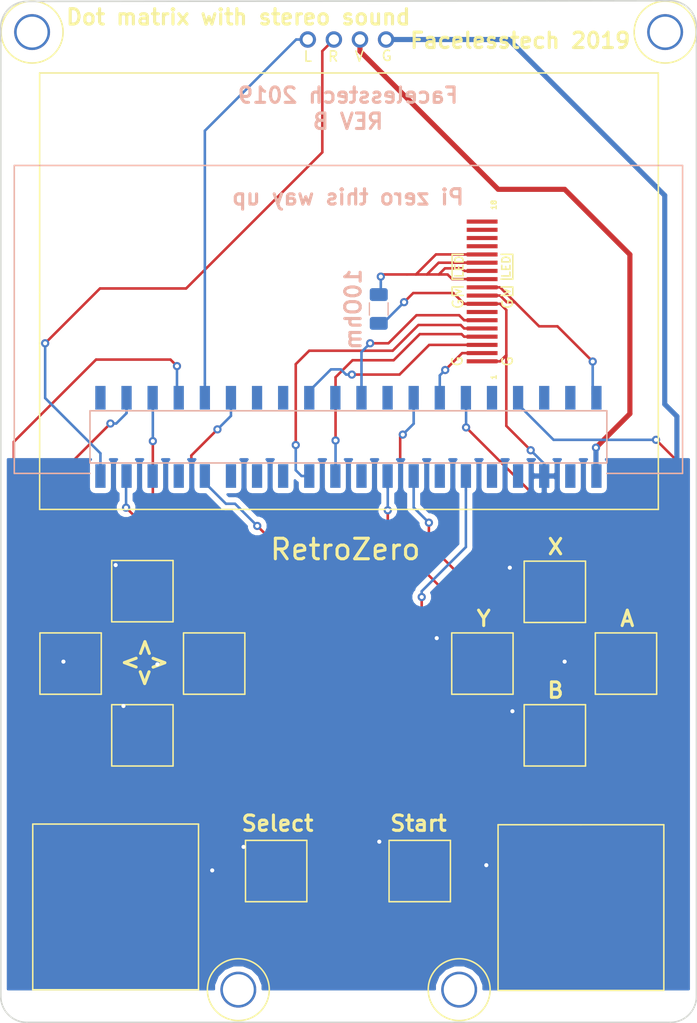
<source format=kicad_pcb>
(kicad_pcb (version 20171130) (host pcbnew 5.0.2+dfsg1-1~bpo9+1)

  (general
    (thickness 1.6)
    (drawings 27)
    (tracks 258)
    (zones 0)
    (modules 20)
    (nets 51)
  )

  (page A4)
  (layers
    (0 F.Cu signal)
    (31 B.Cu signal)
    (32 B.Adhes user)
    (33 F.Adhes user)
    (34 B.Paste user)
    (35 F.Paste user)
    (36 B.SilkS user)
    (37 F.SilkS user)
    (38 B.Mask user)
    (39 F.Mask user)
    (40 Dwgs.User user)
    (41 Cmts.User user)
    (42 Eco1.User user)
    (43 Eco2.User user)
    (44 Edge.Cuts user)
    (45 Margin user)
    (46 B.CrtYd user)
    (47 F.CrtYd user)
    (48 B.Fab user)
    (49 F.Fab user)
  )

  (setup
    (last_trace_width 0.25)
    (user_trace_width 0.5)
    (trace_clearance 0.2)
    (zone_clearance 0.508)
    (zone_45_only no)
    (trace_min 0.2)
    (segment_width 0.2)
    (edge_width 0.15)
    (via_size 0.8)
    (via_drill 0.4)
    (via_min_size 0.4)
    (via_min_drill 0.3)
    (uvia_size 0.3)
    (uvia_drill 0.1)
    (uvias_allowed no)
    (uvia_min_size 0.2)
    (uvia_min_drill 0.1)
    (pcb_text_width 0.3)
    (pcb_text_size 1.5 1.5)
    (mod_edge_width 0.15)
    (mod_text_size 1 1)
    (mod_text_width 0.15)
    (pad_size 1.524 1.524)
    (pad_drill 0.762)
    (pad_to_mask_clearance 0.2)
    (solder_mask_min_width 0.25)
    (aux_axis_origin 0 0)
    (visible_elements FFFFFF7F)
    (pcbplotparams
      (layerselection 0x010f0_ffffffff)
      (usegerberextensions false)
      (usegerberattributes false)
      (usegerberadvancedattributes false)
      (creategerberjobfile false)
      (excludeedgelayer true)
      (linewidth 0.100000)
      (plotframeref false)
      (viasonmask false)
      (mode 1)
      (useauxorigin false)
      (hpglpennumber 1)
      (hpglpenspeed 20)
      (hpglpendiameter 15.000000)
      (psnegative false)
      (psa4output false)
      (plotreference true)
      (plotvalue true)
      (plotinvisibletext false)
      (padsonsilk false)
      (subtractmaskfromsilk false)
      (outputformat 1)
      (mirror false)
      (drillshape 0)
      (scaleselection 1)
      (outputdirectory "gerbers/"))
  )

  (net 0 "")
  (net 1 "Net-(J1-Pad1)")
  (net 2 "Net-(J1-Pad2)")
  (net 3 "Net-(J1-Pad3)")
  (net 4 "Net-(J1-Pad4)")
  (net 5 "Net-(J1-Pad5)")
  (net 6 "Net-(J1-Pad7)")
  (net 7 "Net-(J1-Pad8)")
  (net 8 "Net-(J1-Pad9)")
  (net 9 "Net-(J1-Pad10)")
  (net 10 "Net-(J1-Pad11)")
  (net 11 "Net-(J1-Pad12)")
  (net 12 "Net-(J1-Pad13)")
  (net 13 "Net-(J1-Pad14)")
  (net 14 "Net-(J1-Pad15)")
  (net 15 "Net-(J1-Pad16)")
  (net 16 "Net-(J1-Pad17)")
  (net 17 "Net-(J1-Pad18)")
  (net 18 "Net-(J1-Pad19)")
  (net 19 "Net-(J1-Pad20)")
  (net 20 "Net-(J1-Pad21)")
  (net 21 "Net-(J1-Pad22)")
  (net 22 "Net-(J1-Pad23)")
  (net 23 "Net-(J1-Pad24)")
  (net 24 "Net-(J1-Pad25)")
  (net 25 "Net-(J1-Pad26)")
  (net 26 "Net-(J1-Pad27)")
  (net 27 "Net-(J1-Pad28)")
  (net 28 "Net-(J1-Pad29)")
  (net 29 "Net-(J1-Pad30)")
  (net 30 "Net-(J1-Pad31)")
  (net 31 "Net-(J1-Pad32)")
  (net 32 "Net-(J1-Pad33)")
  (net 33 "Net-(J1-Pad34)")
  (net 34 "Net-(J1-Pad35)")
  (net 35 "Net-(J1-Pad36)")
  (net 36 "Net-(J1-Pad37)")
  (net 37 "Net-(J1-Pad38)")
  (net 38 "Net-(J1-Pad39)")
  (net 39 "Net-(J1-Pad40)")
  (net 40 "Net-(U1-Pad7)")
  (net 41 "Net-(U1-Pad15)")
  (net 42 "Net-(U1-Pad16)")
  (net 43 "Net-(U1-Pad17)")
  (net 44 "Net-(U1-Pad18)")
  (net 45 "Net-(R1-Pad1)")
  (net 46 "Net-(J1-Pad6)")
  (net 47 "Net-(U3-Pad1)")
  (net 48 "Net-(U4-Pad1)")
  (net 49 "Net-(U5-Pad1)")
  (net 50 "Net-(U6-Pad1)")

  (net_class Default "This is the default net class."
    (clearance 0.2)
    (trace_width 0.25)
    (via_dia 0.8)
    (via_drill 0.4)
    (uvia_dia 0.3)
    (uvia_drill 0.1)
    (add_net "Net-(J1-Pad1)")
    (add_net "Net-(J1-Pad10)")
    (add_net "Net-(J1-Pad11)")
    (add_net "Net-(J1-Pad12)")
    (add_net "Net-(J1-Pad13)")
    (add_net "Net-(J1-Pad14)")
    (add_net "Net-(J1-Pad15)")
    (add_net "Net-(J1-Pad16)")
    (add_net "Net-(J1-Pad17)")
    (add_net "Net-(J1-Pad18)")
    (add_net "Net-(J1-Pad19)")
    (add_net "Net-(J1-Pad2)")
    (add_net "Net-(J1-Pad20)")
    (add_net "Net-(J1-Pad21)")
    (add_net "Net-(J1-Pad22)")
    (add_net "Net-(J1-Pad23)")
    (add_net "Net-(J1-Pad24)")
    (add_net "Net-(J1-Pad25)")
    (add_net "Net-(J1-Pad26)")
    (add_net "Net-(J1-Pad27)")
    (add_net "Net-(J1-Pad28)")
    (add_net "Net-(J1-Pad29)")
    (add_net "Net-(J1-Pad3)")
    (add_net "Net-(J1-Pad30)")
    (add_net "Net-(J1-Pad31)")
    (add_net "Net-(J1-Pad32)")
    (add_net "Net-(J1-Pad33)")
    (add_net "Net-(J1-Pad34)")
    (add_net "Net-(J1-Pad35)")
    (add_net "Net-(J1-Pad36)")
    (add_net "Net-(J1-Pad37)")
    (add_net "Net-(J1-Pad38)")
    (add_net "Net-(J1-Pad39)")
    (add_net "Net-(J1-Pad4)")
    (add_net "Net-(J1-Pad40)")
    (add_net "Net-(J1-Pad5)")
    (add_net "Net-(J1-Pad6)")
    (add_net "Net-(J1-Pad7)")
    (add_net "Net-(J1-Pad8)")
    (add_net "Net-(J1-Pad9)")
    (add_net "Net-(R1-Pad1)")
    (add_net "Net-(U1-Pad15)")
    (add_net "Net-(U1-Pad16)")
    (add_net "Net-(U1-Pad17)")
    (add_net "Net-(U1-Pad18)")
    (add_net "Net-(U1-Pad7)")
    (add_net "Net-(U3-Pad1)")
    (add_net "Net-(U4-Pad1)")
    (add_net "Net-(U5-Pad1)")
    (add_net "Net-(U6-Pad1)")
  )

  (module raspberry_pi_gpio_custom:raspberry_pi_gpio_smd_outline_custom (layer B.Cu) (tedit 5C3340CD) (tstamp 5C25F028)
    (at 146.8565 85.819 180)
    (path /5BCE2184)
    (fp_text reference J1 (at -0.254 -8.382 180) (layer B.SilkS) hide
      (effects (font (size 1 1) (thickness 0.15)) (justify mirror))
    )
    (fp_text value Raspberry_Pi_2_3 (at 0 10.922 180) (layer B.Fab) hide
      (effects (font (size 1 1) (thickness 0.15)) (justify mirror))
    )
    (fp_line (start -25.146 2.54) (end -25.146 -2.54) (layer B.SilkS) (width 0.15))
    (fp_line (start -25.146 -2.54) (end 25.146 -2.54) (layer B.SilkS) (width 0.15))
    (fp_line (start 25.146 -2.54) (end 25.146 2.54) (layer B.SilkS) (width 0.15))
    (fp_line (start 25.146 2.54) (end -25.146 2.54) (layer B.SilkS) (width 0.15))
    (fp_line (start -32.512 -3.556) (end -25.146 -3.556) (layer B.SilkS) (width 0.15))
    (fp_line (start -32.512 -3.556) (end -32.512 26.416) (layer B.SilkS) (width 0.15))
    (fp_line (start 32.512 -3.556) (end 25.146 -3.556) (layer B.SilkS) (width 0.15))
    (fp_line (start 32.512 -3.556) (end 32.512 26.416) (layer B.SilkS) (width 0.15))
    (fp_line (start 32.512 26.416) (end -32.512 26.416) (layer B.SilkS) (width 0.15))
    (pad 1 smd rect (at -24.13 3.81 180) (size 1 2.3) (layers B.Cu B.Paste B.Mask)
      (net 1 "Net-(J1-Pad1)"))
    (pad 2 smd rect (at -24.13 -3.81 180) (size 1 2.3) (layers B.Cu B.Paste B.Mask)
      (net 2 "Net-(J1-Pad2)"))
    (pad 3 smd rect (at -21.59 3.81 180) (size 1 2.3) (layers B.Cu B.Paste B.Mask)
      (net 3 "Net-(J1-Pad3)"))
    (pad 4 smd rect (at -21.59 -3.81 180) (size 1 2.3) (layers B.Cu B.Paste B.Mask)
      (net 4 "Net-(J1-Pad4)"))
    (pad 5 smd rect (at -19.05 3.81 180) (size 1 2.3) (layers B.Cu B.Paste B.Mask)
      (net 5 "Net-(J1-Pad5)"))
    (pad 6 smd rect (at -19.05 -3.81 180) (size 1 2.3) (layers B.Cu B.Paste B.Mask)
      (net 46 "Net-(J1-Pad6)"))
    (pad 7 smd rect (at -16.51 3.81 180) (size 1 2.3) (layers B.Cu B.Paste B.Mask)
      (net 6 "Net-(J1-Pad7)"))
    (pad 8 smd rect (at -16.51 -3.81 180) (size 1 2.3) (layers B.Cu B.Paste B.Mask)
      (net 7 "Net-(J1-Pad8)"))
    (pad 9 smd rect (at -13.97 3.81 180) (size 1 2.3) (layers B.Cu B.Paste B.Mask)
      (net 8 "Net-(J1-Pad9)"))
    (pad 10 smd rect (at -13.97 -3.81 180) (size 1 2.3) (layers B.Cu B.Paste B.Mask)
      (net 9 "Net-(J1-Pad10)"))
    (pad 11 smd rect (at -11.43 3.81 180) (size 1 2.3) (layers B.Cu B.Paste B.Mask)
      (net 10 "Net-(J1-Pad11)"))
    (pad 12 smd rect (at -11.43 -3.81 180) (size 1 2.3) (layers B.Cu B.Paste B.Mask)
      (net 11 "Net-(J1-Pad12)"))
    (pad 13 smd rect (at -8.89 3.81 180) (size 1 2.3) (layers B.Cu B.Paste B.Mask)
      (net 12 "Net-(J1-Pad13)"))
    (pad 14 smd rect (at -8.89 -3.81 180) (size 1 2.3) (layers B.Cu B.Paste B.Mask)
      (net 13 "Net-(J1-Pad14)"))
    (pad 15 smd rect (at -6.35 3.81 180) (size 1 2.3) (layers B.Cu B.Paste B.Mask)
      (net 14 "Net-(J1-Pad15)"))
    (pad 16 smd rect (at -6.35 -3.81 180) (size 1 2.3) (layers B.Cu B.Paste B.Mask)
      (net 15 "Net-(J1-Pad16)"))
    (pad 17 smd rect (at -3.81 3.81 180) (size 1 2.3) (layers B.Cu B.Paste B.Mask)
      (net 16 "Net-(J1-Pad17)"))
    (pad 18 smd rect (at -3.81 -3.81 180) (size 1 2.3) (layers B.Cu B.Paste B.Mask)
      (net 17 "Net-(J1-Pad18)"))
    (pad 19 smd rect (at -1.27 3.81 180) (size 1 2.3) (layers B.Cu B.Paste B.Mask)
      (net 18 "Net-(J1-Pad19)"))
    (pad 20 smd rect (at -1.27 -3.81 180) (size 1 2.3) (layers B.Cu B.Paste B.Mask)
      (net 19 "Net-(J1-Pad20)"))
    (pad 21 smd rect (at 1.27 3.81 180) (size 1 2.3) (layers B.Cu B.Paste B.Mask)
      (net 20 "Net-(J1-Pad21)"))
    (pad 22 smd rect (at 1.27 -3.81 180) (size 1 2.3) (layers B.Cu B.Paste B.Mask)
      (net 21 "Net-(J1-Pad22)"))
    (pad 23 smd rect (at 3.81 3.81 180) (size 1 2.3) (layers B.Cu B.Paste B.Mask)
      (net 22 "Net-(J1-Pad23)"))
    (pad 24 smd rect (at 3.81 -3.81 180) (size 1 2.3) (layers B.Cu B.Paste B.Mask)
      (net 23 "Net-(J1-Pad24)"))
    (pad 25 smd rect (at 6.35 3.81 180) (size 1 2.3) (layers B.Cu B.Paste B.Mask)
      (net 24 "Net-(J1-Pad25)"))
    (pad 26 smd rect (at 6.35 -3.81 180) (size 1 2.3) (layers B.Cu B.Paste B.Mask)
      (net 25 "Net-(J1-Pad26)"))
    (pad 27 smd rect (at 8.89 3.81 180) (size 1 2.3) (layers B.Cu B.Paste B.Mask)
      (net 26 "Net-(J1-Pad27)"))
    (pad 28 smd rect (at 8.89 -3.81 180) (size 1 2.3) (layers B.Cu B.Paste B.Mask)
      (net 27 "Net-(J1-Pad28)"))
    (pad 29 smd rect (at 11.43 3.81 180) (size 1 2.3) (layers B.Cu B.Paste B.Mask)
      (net 28 "Net-(J1-Pad29)"))
    (pad 30 smd rect (at 11.43 -3.81 180) (size 1 2.3) (layers B.Cu B.Paste B.Mask)
      (net 29 "Net-(J1-Pad30)"))
    (pad 31 smd rect (at 13.97 3.81 180) (size 1 2.3) (layers B.Cu B.Paste B.Mask)
      (net 30 "Net-(J1-Pad31)"))
    (pad 32 smd rect (at 13.97 -3.81 180) (size 1 2.3) (layers B.Cu B.Paste B.Mask)
      (net 31 "Net-(J1-Pad32)"))
    (pad 33 smd rect (at 16.51 3.81 180) (size 1 2.3) (layers B.Cu B.Paste B.Mask)
      (net 32 "Net-(J1-Pad33)"))
    (pad 34 smd rect (at 16.51 -3.81 180) (size 1 2.3) (layers B.Cu B.Paste B.Mask)
      (net 33 "Net-(J1-Pad34)"))
    (pad 35 smd rect (at 19.05 3.81 180) (size 1 2.3) (layers B.Cu B.Paste B.Mask)
      (net 34 "Net-(J1-Pad35)"))
    (pad 36 smd rect (at 19.05 -3.81 180) (size 1 2.3) (layers B.Cu B.Paste B.Mask)
      (net 35 "Net-(J1-Pad36)"))
    (pad 37 smd rect (at 21.59 3.81 180) (size 1 2.3) (layers B.Cu B.Paste B.Mask)
      (net 36 "Net-(J1-Pad37)"))
    (pad 38 smd rect (at 21.59 -3.81 180) (size 1 2.3) (layers B.Cu B.Paste B.Mask)
      (net 37 "Net-(J1-Pad38)"))
    (pad 39 smd rect (at 24.13 3.81 180) (size 1 2.3) (layers B.Cu B.Paste B.Mask)
      (net 38 "Net-(J1-Pad39)"))
    (pad 40 smd rect (at 24.13 -3.81 180) (size 1 2.3) (layers B.Cu B.Paste B.Mask)
      (net 39 "Net-(J1-Pad40)"))
  )

  (module buttons_custom:smd_soft_custom (layer F.Cu) (tedit 5C3340EC) (tstamp 5C39A08B)
    (at 133.7945 107.8865)
    (path /5C0FA4B2)
    (fp_text reference SW7 (at 0 6.0325) (layer F.SilkS) hide
      (effects (font (size 1 1) (thickness 0.15)))
    )
    (fp_text value SW_Push (at 0 -4.826) (layer F.Fab) hide
      (effects (font (size 1 1) (thickness 0.15)))
    )
    (fp_line (start -2.9845 2.9845) (end -2.9845 -2.9845) (layer F.SilkS) (width 0.15))
    (fp_line (start 2.9845 2.9845) (end -2.9845 2.9845) (layer F.SilkS) (width 0.15))
    (fp_line (start 2.9845 -2.9845) (end 2.9845 2.9845) (layer F.SilkS) (width 0.15))
    (fp_line (start -2.9845 -2.9845) (end 2.9845 -2.9845) (layer F.SilkS) (width 0.15))
    (pad 2 smd rect (at -2.9845 0 90) (size 1.5 2) (layers F.Cu F.Paste F.Mask)
      (net 46 "Net-(J1-Pad6)"))
    (pad 1 smd rect (at 2.9845 0 90) (size 1.5 2) (layers F.Cu F.Paste F.Mask)
      (net 34 "Net-(J1-Pad35)"))
  )

  (module m3_hole_custom:m3_hole_custom (layer F.Cu) (tedit 5C334117) (tstamp 5C30E8BF)
    (at 157.6324 139.6238)
    (path /5C313FED)
    (fp_text reference U6 (at 0 2.921) (layer F.SilkS) hide
      (effects (font (size 1 1) (thickness 0.15)))
    )
    (fp_text value m3_standsoffs (at 0 -2.921) (layer F.Fab) hide
      (effects (font (size 1 1) (thickness 0.15)))
    )
    (fp_circle (center 0 0) (end 2.8575 0.9525) (layer F.SilkS) (width 0.15))
    (pad 1 thru_hole circle (at 0 0) (size 3.5 3.5) (drill 3) (layers *.Cu *.Mask)
      (net 50 "Net-(U6-Pad1)"))
  )

  (module screens:2.4_screen_ribbon_breakout (layer F.Cu) (tedit 5C3340C4) (tstamp 5C39A2F4)
    (at 161.38906 71.67118 90)
    (path /5BCE207A)
    (fp_text reference U1 (at 0 2.794 90) (layer F.SilkS) hide
      (effects (font (size 1 1) (thickness 0.15)))
    )
    (fp_text value 2.4_screen_ribbon (at 0 -5.715 90) (layer F.Fab) hide
      (effects (font (size 1 1) (thickness 0.15)))
    )
    (fp_text user 1 (at -8.3312 -0.381 90) (layer F.SilkS)
      (effects (font (size 0.5 0.5) (thickness 0.125)))
    )
    (fp_text user 18 (at 8.4328 -0.381 90) (layer F.SilkS)
      (effects (font (size 0.5 0.5) (thickness 0.125)))
    )
    (fp_line (start 21.2725 0) (end 21.2725 -44.577) (layer F.SilkS) (width 0.15))
    (fp_line (start 21.2725 0) (end 21.2725 15.621) (layer F.SilkS) (width 0.15))
    (fp_line (start 21.2725 15.621) (end -21.209 15.621) (layer F.SilkS) (width 0.15))
    (fp_line (start -21.209 15.621) (end -21.209 -44.577) (layer F.SilkS) (width 0.15))
    (fp_line (start -21.209 -44.577) (end -0.127 -44.577) (layer F.SilkS) (width 0.15))
    (fp_line (start 21.2725 -44.577) (end -0.127 -44.577) (layer F.SilkS) (width 0.15))
    (fp_line (start 0.4445 0.3175) (end 0.4445 1.4605) (layer F.SilkS) (width 0.15))
    (fp_line (start 0.4445 1.4605) (end -0.381 1.4605) (layer F.SilkS) (width 0.15))
    (fp_line (start -0.381 1.4605) (end -0.381 0.3175) (layer F.SilkS) (width 0.15))
    (fp_line (start 1.2065 -3.3655) (end 1.2065 -4.445) (layer F.SilkS) (width 0.15))
    (fp_line (start 0.4445 -4.445) (end -0.381 -4.445) (layer F.SilkS) (width 0.15))
    (fp_line (start 0.4445 -3.3655) (end 0.4445 -4.445) (layer F.SilkS) (width 0.15))
    (fp_line (start -0.381 -4.445) (end -0.381 -3.3655) (layer F.SilkS) (width 0.15))
    (fp_line (start 3.6195 -3.3655) (end 3.6195 -4.445) (layer F.SilkS) (width 0.15))
    (fp_line (start 3.6195 -4.445) (end 1.2065 -4.445) (layer F.SilkS) (width 0.15))
    (fp_text user v (at 0 -3.937 270) (layer F.SilkS)
      (effects (font (size 0.8 0.8) (thickness 0.15)))
    )
    (fp_text user LED (at 2.413 -3.7465 270) (layer F.SilkS)
      (effects (font (size 0.8 0.8) (thickness 0.15)))
    )
    (fp_text user LED (at 2.413 0.8255 90) (layer F.SilkS)
      (effects (font (size 0.8 0.8) (thickness 0.15)))
    )
    (fp_text user v (at 0 0.8255 90) (layer F.SilkS)
      (effects (font (size 0.8 0.8) (thickness 0.15)))
    )
    (fp_text user G (at -1.2065 -3.8735 90) (layer F.SilkS)
      (effects (font (size 1 1) (thickness 0.15)))
    )
    (fp_text user G (at -1.2065 0.9525 90) (layer F.SilkS)
      (effects (font (size 1 1) (thickness 0.15)))
    )
    (fp_text user G (at -6.7945 -3.937 90) (layer F.SilkS)
      (effects (font (size 1 1) (thickness 0.15)))
    )
    (fp_text user G (at -6.7945 0.9525 90) (layer F.SilkS)
      (effects (font (size 1 1) (thickness 0.15)))
    )
    (fp_line (start 1.2065 0.3175) (end 1.2065 1.4605) (layer F.SilkS) (width 0.15))
    (fp_line (start 1.2065 1.4605) (end 3.6195 1.4605) (layer F.SilkS) (width 0.15))
    (fp_line (start 3.6195 1.4605) (end 3.6195 0.3175) (layer F.SilkS) (width 0.15))
    (pad 1 smd rect (at -6.7945 -1.524 90) (size 0.4 3) (layers F.Cu F.Paste F.Mask)
      (net 46 "Net-(J1-Pad6)"))
    (pad 2 smd rect (at -5.9944 -1.524 90) (size 0.4 3) (layers F.Cu F.Paste F.Mask)
      (net 12 "Net-(J1-Pad13)"))
    (pad 3 smd rect (at -5.1943 -1.524 90) (size 0.4 3) (layers F.Cu F.Paste F.Mask)
      (net 22 "Net-(J1-Pad23)"))
    (pad 4 smd rect (at -4.3942 -1.524 90) (size 0.4 3) (layers F.Cu F.Paste F.Mask)
      (net 21 "Net-(J1-Pad22)"))
    (pad 5 smd rect (at -3.5941 -1.524 90) (size 0.4 3) (layers F.Cu F.Paste F.Mask)
      (net 23 "Net-(J1-Pad24)"))
    (pad 6 smd rect (at -2.794 -1.524 90) (size 0.4 3) (layers F.Cu F.Paste F.Mask)
      (net 18 "Net-(J1-Pad19)"))
    (pad 7 smd rect (at -1.9939 -1.524 90) (size 0.4 3) (layers F.Cu F.Paste F.Mask)
      (net 40 "Net-(U1-Pad7)"))
    (pad 8 smd rect (at -1.1938 -1.524 90) (size 0.4 3) (layers F.Cu F.Paste F.Mask)
      (net 46 "Net-(J1-Pad6)"))
    (pad 9 smd rect (at -0.3937 -1.524 90) (size 0.4 3) (layers F.Cu F.Paste F.Mask)
      (net 1 "Net-(J1-Pad1)"))
    (pad 10 smd rect (at 0.4064 -1.524 90) (size 0.4 3) (layers F.Cu F.Paste F.Mask)
      (net 1 "Net-(J1-Pad1)"))
    (pad 11 smd rect (at 1.2065 -1.524 90) (size 0.4 3) (layers F.Cu F.Paste F.Mask)
      (net 45 "Net-(R1-Pad1)"))
    (pad 12 smd rect (at 2.0066 -1.524 90) (size 0.4 3) (layers F.Cu F.Paste F.Mask)
      (net 45 "Net-(R1-Pad1)"))
    (pad 13 smd rect (at 2.8067 -1.524 90) (size 0.4 3) (layers F.Cu F.Paste F.Mask)
      (net 45 "Net-(R1-Pad1)"))
    (pad 14 smd rect (at 3.6068 -1.524 90) (size 0.4 3) (layers F.Cu F.Paste F.Mask)
      (net 45 "Net-(R1-Pad1)"))
    (pad 15 smd rect (at 4.4069 -1.524 90) (size 0.4 3) (layers F.Cu F.Paste F.Mask)
      (net 41 "Net-(U1-Pad15)"))
    (pad 16 smd rect (at 5.207 -1.524 90) (size 0.4 3) (layers F.Cu F.Paste F.Mask)
      (net 42 "Net-(U1-Pad16)"))
    (pad 17 smd rect (at 6.0071 -1.524 90) (size 0.4 3) (layers F.Cu F.Paste F.Mask)
      (net 43 "Net-(U1-Pad17)"))
    (pad 18 smd rect (at 6.8072 -1.524 90) (size 0.4 3) (layers F.Cu F.Paste F.Mask)
      (net 44 "Net-(U1-Pad18)"))
  )

  (module speakers:piezo_smd (layer F.Cu) (tedit 5BE31927) (tstamp 5C39A4C6)
    (at 124.206 131.572 180)
    (path /5BCE34D1)
    (attr smd)
    (fp_text reference LS1 (at 0 1.905 180) (layer F.SilkS) hide
      (effects (font (size 1 1) (thickness 0.15)))
    )
    (fp_text value Speaker (at 0 -2.6035 180) (layer F.Fab) hide
      (effects (font (size 1 1) (thickness 0.15)))
    )
    (fp_line (start 0 -8.0645) (end 8.0645 -8.0645) (layer F.SilkS) (width 0.15))
    (fp_line (start 8.0645 -8.0645) (end 8.0645 8.0645) (layer F.SilkS) (width 0.15))
    (fp_line (start 8.0645 8.0645) (end -8.0645 8.0645) (layer F.SilkS) (width 0.15))
    (fp_line (start -8.0645 8.0645) (end -8.0645 -8.0645) (layer F.SilkS) (width 0.15))
    (fp_line (start -8.0645 -8.0645) (end 0 -8.0645) (layer F.SilkS) (width 0.15))
    (pad 1 smd rect (at 8.3185 -0.0635 180) (size 1.524 3) (layers F.Cu F.Paste F.Mask)
      (net 32 "Net-(J1-Pad33)"))
    (pad 2 smd rect (at -8.382 -0.0635 180) (size 1.524 3) (layers F.Cu F.Paste F.Mask)
      (net 46 "Net-(J1-Pad6)"))
  )

  (module Resistor_SMD:R_1206_3216Metric (layer B.Cu) (tedit 5BE31939) (tstamp 5BE1EBA6)
    (at 149.8065 73.369 270)
    (descr "Resistor SMD 1206 (3216 Metric), square (rectangular) end terminal, IPC_7351 nominal, (Body size source: http://www.tortai-tech.com/upload/download/2011102023233369053.pdf), generated with kicad-footprint-generator")
    (tags resistor)
    (path /5BD5E0D9)
    (attr smd)
    (fp_text reference R1 (at 0 1.82 270) (layer B.SilkS) hide
      (effects (font (size 1 1) (thickness 0.15)) (justify mirror))
    )
    (fp_text value R (at 0 -1.82 270) (layer B.Fab) hide
      (effects (font (size 1 1) (thickness 0.15)) (justify mirror))
    )
    (fp_line (start -1.6 -0.8) (end -1.6 0.8) (layer B.Fab) (width 0.1))
    (fp_line (start -1.6 0.8) (end 1.6 0.8) (layer B.Fab) (width 0.1))
    (fp_line (start 1.6 0.8) (end 1.6 -0.8) (layer B.Fab) (width 0.1))
    (fp_line (start 1.6 -0.8) (end -1.6 -0.8) (layer B.Fab) (width 0.1))
    (fp_line (start -0.602064 0.91) (end 0.602064 0.91) (layer B.SilkS) (width 0.12))
    (fp_line (start -0.602064 -0.91) (end 0.602064 -0.91) (layer B.SilkS) (width 0.12))
    (fp_line (start -2.28 -1.12) (end -2.28 1.12) (layer B.CrtYd) (width 0.05))
    (fp_line (start -2.28 1.12) (end 2.28 1.12) (layer B.CrtYd) (width 0.05))
    (fp_line (start 2.28 1.12) (end 2.28 -1.12) (layer B.CrtYd) (width 0.05))
    (fp_line (start 2.28 -1.12) (end -2.28 -1.12) (layer B.CrtYd) (width 0.05))
    (fp_text user %R (at 0 0 90) (layer B.Fab) hide
      (effects (font (size 0.8 0.8) (thickness 0.12)) (justify mirror))
    )
    (pad 1 smd roundrect (at -1.4 0 270) (size 1.25 1.75) (layers B.Cu B.Paste B.Mask) (roundrect_rratio 0.2)
      (net 45 "Net-(R1-Pad1)"))
    (pad 2 smd roundrect (at 1.4 0 270) (size 1.25 1.75) (layers B.Cu B.Paste B.Mask) (roundrect_rratio 0.2)
      (net 46 "Net-(J1-Pad6)"))
    (model ${KISYS3DMOD}/Resistor_SMD.3dshapes/R_1206_3216Metric.wrl
      (at (xyz 0 0 0))
      (scale (xyz 1 1 1))
      (rotate (xyz 0 0 0))
    )
  )

  (module buttons_custom:smd_soft_custom (layer F.Cu) (tedit 5C334161) (tstamp 5C39A070)
    (at 166.9415 100.9015)
    (path /5C0FA6D9)
    (fp_text reference SW2 (at 0 6.0325) (layer F.SilkS) hide
      (effects (font (size 1 1) (thickness 0.15)))
    )
    (fp_text value SW_Push (at 0 -4.826) (layer F.Fab) hide
      (effects (font (size 1 1) (thickness 0.15)))
    )
    (fp_line (start -2.9845 -2.9845) (end 2.9845 -2.9845) (layer F.SilkS) (width 0.15))
    (fp_line (start 2.9845 -2.9845) (end 2.9845 2.9845) (layer F.SilkS) (width 0.15))
    (fp_line (start 2.9845 2.9845) (end -2.9845 2.9845) (layer F.SilkS) (width 0.15))
    (fp_line (start -2.9845 2.9845) (end -2.9845 -2.9845) (layer F.SilkS) (width 0.15))
    (pad 1 smd rect (at 2.9845 0 90) (size 1.5 2) (layers F.Cu F.Paste F.Mask)
      (net 10 "Net-(J1-Pad11)"))
    (pad 2 smd rect (at -2.9845 0 90) (size 1.5 2) (layers F.Cu F.Paste F.Mask)
      (net 46 "Net-(J1-Pad6)"))
  )

  (module buttons_custom:smd_soft_custom (layer F.Cu) (tedit 5C3340E1) (tstamp 5C39A112)
    (at 126.8095 100.838)
    (path /5C0FA234)
    (fp_text reference SW3 (at 0 6.0325) (layer F.SilkS) hide
      (effects (font (size 1 1) (thickness 0.15)))
    )
    (fp_text value SW_Push (at 0 -4.826) (layer F.Fab) hide
      (effects (font (size 1 1) (thickness 0.15)))
    )
    (fp_line (start -2.9845 -2.9845) (end 2.9845 -2.9845) (layer F.SilkS) (width 0.15))
    (fp_line (start 2.9845 -2.9845) (end 2.9845 2.9845) (layer F.SilkS) (width 0.15))
    (fp_line (start 2.9845 2.9845) (end -2.9845 2.9845) (layer F.SilkS) (width 0.15))
    (fp_line (start -2.9845 2.9845) (end -2.9845 -2.9845) (layer F.SilkS) (width 0.15))
    (pad 1 smd rect (at 2.9845 0 90) (size 1.5 2) (layers F.Cu F.Paste F.Mask)
      (net 37 "Net-(J1-Pad38)"))
    (pad 2 smd rect (at -2.9845 0 90) (size 1.5 2) (layers F.Cu F.Paste F.Mask)
      (net 46 "Net-(J1-Pad6)"))
  )

  (module buttons_custom:smd_soft_custom (layer F.Cu) (tedit 5C3340F0) (tstamp 5C39A0DC)
    (at 126.8095 114.8715)
    (path /5C0FA379)
    (fp_text reference SW4 (at 0 6.0325) (layer F.SilkS) hide
      (effects (font (size 1 1) (thickness 0.15)))
    )
    (fp_text value SW_Push (at 0 -4.826) (layer F.Fab) hide
      (effects (font (size 1 1) (thickness 0.15)))
    )
    (fp_line (start -2.9845 2.9845) (end -2.9845 -2.9845) (layer F.SilkS) (width 0.15))
    (fp_line (start 2.9845 2.9845) (end -2.9845 2.9845) (layer F.SilkS) (width 0.15))
    (fp_line (start 2.9845 -2.9845) (end 2.9845 2.9845) (layer F.SilkS) (width 0.15))
    (fp_line (start -2.9845 -2.9845) (end 2.9845 -2.9845) (layer F.SilkS) (width 0.15))
    (pad 2 smd rect (at -2.9845 0 90) (size 1.5 2) (layers F.Cu F.Paste F.Mask)
      (net 46 "Net-(J1-Pad6)"))
    (pad 1 smd rect (at 2.9845 0 90) (size 1.5 2) (layers F.Cu F.Paste F.Mask)
      (net 28 "Net-(J1-Pad29)"))
  )

  (module buttons_custom:smd_soft_custom (layer F.Cu) (tedit 5C334150) (tstamp 5C39A148)
    (at 166.9415 114.8715)
    (path /5C0FA45C)
    (fp_text reference SW5 (at 0 6.0325) (layer F.SilkS) hide
      (effects (font (size 1 1) (thickness 0.15)))
    )
    (fp_text value SW_Push (at 0 -4.826) (layer F.Fab) hide
      (effects (font (size 1 1) (thickness 0.15)))
    )
    (fp_line (start -2.9845 -2.9845) (end 2.9845 -2.9845) (layer F.SilkS) (width 0.15))
    (fp_line (start 2.9845 -2.9845) (end 2.9845 2.9845) (layer F.SilkS) (width 0.15))
    (fp_line (start 2.9845 2.9845) (end -2.9845 2.9845) (layer F.SilkS) (width 0.15))
    (fp_line (start -2.9845 2.9845) (end -2.9845 -2.9845) (layer F.SilkS) (width 0.15))
    (pad 1 smd rect (at 2.9845 0 90) (size 1.5 2) (layers F.Cu F.Paste F.Mask)
      (net 6 "Net-(J1-Pad7)"))
    (pad 2 smd rect (at -2.9845 0 90) (size 1.5 2) (layers F.Cu F.Paste F.Mask)
      (net 46 "Net-(J1-Pad6)"))
  )

  (module buttons_custom:smd_soft_custom (layer F.Cu) (tedit 5C3340F6) (tstamp 5C39A12D)
    (at 139.827 128.0795)
    (path /5C0FA67B)
    (fp_text reference SW8 (at 0 6.0325) (layer F.SilkS) hide
      (effects (font (size 1 1) (thickness 0.15)))
    )
    (fp_text value SW_Push (at 0 -4.826) (layer F.Fab) hide
      (effects (font (size 1 1) (thickness 0.15)))
    )
    (fp_line (start -2.9845 2.9845) (end -2.9845 -2.9845) (layer F.SilkS) (width 0.15))
    (fp_line (start 2.9845 2.9845) (end -2.9845 2.9845) (layer F.SilkS) (width 0.15))
    (fp_line (start 2.9845 -2.9845) (end 2.9845 2.9845) (layer F.SilkS) (width 0.15))
    (fp_line (start -2.9845 -2.9845) (end 2.9845 -2.9845) (layer F.SilkS) (width 0.15))
    (pad 2 smd rect (at -2.9845 0 90) (size 1.5 2) (layers F.Cu F.Paste F.Mask)
      (net 46 "Net-(J1-Pad6)"))
    (pad 1 smd rect (at 2.9845 0 90) (size 1.5 2) (layers F.Cu F.Paste F.Mask)
      (net 31 "Net-(J1-Pad32)"))
  )

  (module buttons_custom:smd_soft_custom (layer F.Cu) (tedit 5C334164) (tstamp 5C39A163)
    (at 159.893 107.8865)
    (path /5C0FA73A)
    (fp_text reference SW9 (at 0 6.0325) (layer F.SilkS) hide
      (effects (font (size 1 1) (thickness 0.15)))
    )
    (fp_text value SW_Push (at 0 -4.826) (layer F.Fab) hide
      (effects (font (size 1 1) (thickness 0.15)))
    )
    (fp_line (start -2.9845 2.9845) (end -2.9845 -2.9845) (layer F.SilkS) (width 0.15))
    (fp_line (start 2.9845 2.9845) (end -2.9845 2.9845) (layer F.SilkS) (width 0.15))
    (fp_line (start 2.9845 -2.9845) (end 2.9845 2.9845) (layer F.SilkS) (width 0.15))
    (fp_line (start -2.9845 -2.9845) (end 2.9845 -2.9845) (layer F.SilkS) (width 0.15))
    (pad 2 smd rect (at -2.9845 0 90) (size 1.5 2) (layers F.Cu F.Paste F.Mask)
      (net 46 "Net-(J1-Pad6)"))
    (pad 1 smd rect (at 2.9845 0 90) (size 1.5 2) (layers F.Cu F.Paste F.Mask)
      (net 14 "Net-(J1-Pad15)"))
  )

  (module buttons_custom:smd_soft_custom (layer F.Cu) (tedit 5C3340FD) (tstamp 5C39A0F7)
    (at 153.797 128.0795)
    (path /5C0FA501)
    (fp_text reference SW10 (at 0 6.0325) (layer F.SilkS) hide
      (effects (font (size 1 1) (thickness 0.15)))
    )
    (fp_text value SW_Push (at 0 -4.826) (layer F.Fab) hide
      (effects (font (size 1 1) (thickness 0.15)))
    )
    (fp_line (start -2.9845 -2.9845) (end 2.9845 -2.9845) (layer F.SilkS) (width 0.15))
    (fp_line (start 2.9845 -2.9845) (end 2.9845 2.9845) (layer F.SilkS) (width 0.15))
    (fp_line (start 2.9845 2.9845) (end -2.9845 2.9845) (layer F.SilkS) (width 0.15))
    (fp_line (start -2.9845 2.9845) (end -2.9845 -2.9845) (layer F.SilkS) (width 0.15))
    (pad 1 smd rect (at 2.9845 0 90) (size 1.5 2) (layers F.Cu F.Paste F.Mask)
      (net 17 "Net-(J1-Pad18)"))
    (pad 2 smd rect (at -2.9845 0 90) (size 1.5 2) (layers F.Cu F.Paste F.Mask)
      (net 46 "Net-(J1-Pad6)"))
  )

  (module buttons_custom:smd_soft_custom (layer F.Cu) (tedit 5C3340E5) (tstamp 5C39A0C1)
    (at 119.8245 107.8865)
    (path /5C0FA5B2)
    (fp_text reference SW11 (at 0 6.0325) (layer F.SilkS) hide
      (effects (font (size 1 1) (thickness 0.15)))
    )
    (fp_text value SW_Push (at 0 -4.826) (layer F.Fab) hide
      (effects (font (size 1 1) (thickness 0.15)))
    )
    (fp_line (start -2.9845 -2.9845) (end 2.9845 -2.9845) (layer F.SilkS) (width 0.15))
    (fp_line (start 2.9845 -2.9845) (end 2.9845 2.9845) (layer F.SilkS) (width 0.15))
    (fp_line (start 2.9845 2.9845) (end -2.9845 2.9845) (layer F.SilkS) (width 0.15))
    (fp_line (start -2.9845 2.9845) (end -2.9845 -2.9845) (layer F.SilkS) (width 0.15))
    (pad 1 smd rect (at 2.9845 0 90) (size 1.5 2) (layers F.Cu F.Paste F.Mask)
      (net 36 "Net-(J1-Pad37)"))
    (pad 2 smd rect (at -2.9845 0 90) (size 1.5 2) (layers F.Cu F.Paste F.Mask)
      (net 46 "Net-(J1-Pad6)"))
  )

  (module buttons_custom:smd_soft_custom (layer F.Cu) (tedit 5C33415E) (tstamp 5C39A0A6)
    (at 173.863 107.8865)
    (path /5C0FA55D)
    (fp_text reference SW12 (at 0 6.0325) (layer F.SilkS) hide
      (effects (font (size 1 1) (thickness 0.15)))
    )
    (fp_text value SW_Push (at 0 -4.826) (layer F.Fab) hide
      (effects (font (size 1 1) (thickness 0.15)))
    )
    (fp_line (start -2.9845 2.9845) (end -2.9845 -2.9845) (layer F.SilkS) (width 0.15))
    (fp_line (start 2.9845 2.9845) (end -2.9845 2.9845) (layer F.SilkS) (width 0.15))
    (fp_line (start 2.9845 -2.9845) (end 2.9845 2.9845) (layer F.SilkS) (width 0.15))
    (fp_line (start -2.9845 -2.9845) (end 2.9845 -2.9845) (layer F.SilkS) (width 0.15))
    (pad 2 smd rect (at -2.9845 0 90) (size 1.5 2) (layers F.Cu F.Paste F.Mask)
      (net 46 "Net-(J1-Pad6)"))
    (pad 1 smd rect (at 2.9845 0 90) (size 1.5 2) (layers F.Cu F.Paste F.Mask)
      (net 15 "Net-(J1-Pad16)"))
  )

  (module LRandPower:LRandPower (layer F.Cu) (tedit 5C3340A8) (tstamp 5C5582A4)
    (at 146.7104 47.1424)
    (path /5C2EA8ED)
    (fp_text reference U2 (at 0 3.81) (layer F.SilkS) hide
      (effects (font (size 1 1) (thickness 0.15)))
    )
    (fp_text value LRandPower (at 0.0635 -2.7305) (layer F.Fab) hide
      (effects (font (size 1 1) (thickness 0.15)))
    )
    (fp_text user G (at 3.8735 1.5875) (layer F.SilkS)
      (effects (font (size 1 1) (thickness 0.15)))
    )
    (fp_text user V (at 1.2065 1.651) (layer F.SilkS)
      (effects (font (size 1 1) (thickness 0.15)))
    )
    (fp_text user R (at -1.3335 1.651) (layer F.SilkS)
      (effects (font (size 1 1) (thickness 0.15)))
    )
    (fp_text user L (at -3.81 1.651) (layer F.SilkS)
      (effects (font (size 1 1) (thickness 0.15)))
    )
    (pad 1 thru_hole circle (at -3.81 0) (size 1.6 1.6) (drill 1) (layers *.Cu *.Mask)
      (net 30 "Net-(J1-Pad31)"))
    (pad 2 thru_hole circle (at -1.27 0) (size 1.6 1.6) (drill 1) (layers *.Cu *.Mask)
      (net 39 "Net-(J1-Pad40)"))
    (pad 3 thru_hole circle (at 1.27 0) (size 1.6 1.6) (drill 1) (layers *.Cu *.Mask)
      (net 2 "Net-(J1-Pad2)"))
    (pad 4 thru_hole circle (at 3.81 0) (size 1.6 1.6) (drill 1) (layers *.Cu *.Mask)
      (net 46 "Net-(J1-Pad6)"))
  )

  (module speakers:piezo_smd (layer F.Cu) (tedit 5C334110) (tstamp 5C39A43D)
    (at 169.4815 131.6355)
    (path /5BCE351E)
    (fp_text reference LS2 (at 0 1.905) (layer F.SilkS) hide
      (effects (font (size 1 1) (thickness 0.15)))
    )
    (fp_text value Speaker (at 0 -2.6035) (layer F.Fab) hide
      (effects (font (size 1 1) (thickness 0.15)))
    )
    (fp_line (start 0 -8.0645) (end 8.0645 -8.0645) (layer F.SilkS) (width 0.15))
    (fp_line (start 8.0645 -8.0645) (end 8.0645 8.0645) (layer F.SilkS) (width 0.15))
    (fp_line (start 8.0645 8.0645) (end -8.0645 8.0645) (layer F.SilkS) (width 0.15))
    (fp_line (start -8.0645 8.0645) (end -8.0645 -8.0645) (layer F.SilkS) (width 0.15))
    (fp_line (start -8.0645 -8.0645) (end 0 -8.0645) (layer F.SilkS) (width 0.15))
    (pad 1 smd rect (at 8.3185 -0.0635) (size 1.524 3) (layers F.Cu F.Paste F.Mask)
      (net 11 "Net-(J1-Pad12)"))
    (pad 2 smd rect (at -8.382 -0.0635) (size 1.524 3) (layers F.Cu F.Paste F.Mask)
      (net 46 "Net-(J1-Pad6)"))
  )

  (module m3_hole_custom:m3_hole_custom (layer F.Cu) (tedit 5C3340B0) (tstamp 5C3339F0)
    (at 177.673 46.4185)
    (path /5C313CFC)
    (fp_text reference U3 (at 0 2.921) (layer F.SilkS) hide
      (effects (font (size 1 1) (thickness 0.15)))
    )
    (fp_text value m3_standsoffs (at 0 -2.921) (layer F.Fab) hide
      (effects (font (size 1 1) (thickness 0.15)))
    )
    (fp_circle (center 0 0) (end 2.8575 0.9525) (layer F.SilkS) (width 0.15))
    (pad 1 thru_hole circle (at 0 0) (size 3.5 3.5) (drill 3) (layers *.Cu *.Mask)
      (net 47 "Net-(U3-Pad1)"))
  )

  (module m3_hole_custom:m3_hole_custom (layer F.Cu) (tedit 5C3340B8) (tstamp 5C30E8A2)
    (at 116.078 46.4185)
    (path /5C313FB3)
    (fp_text reference U5 (at 0 2.921) (layer F.SilkS) hide
      (effects (font (size 1 1) (thickness 0.15)))
    )
    (fp_text value m3_standsoffs (at 0 -2.921) (layer F.Fab) hide
      (effects (font (size 1 1) (thickness 0.15)))
    )
    (fp_circle (center 0 0) (end 2.8575 0.9525) (layer F.SilkS) (width 0.15))
    (pad 1 thru_hole circle (at 0 0) (size 3.5 3.5) (drill 3) (layers *.Cu *.Mask)
      (net 49 "Net-(U5-Pad1)"))
  )

  (module m3_hole_custom:m3_hole_custom (layer F.Cu) (tedit 5C334122) (tstamp 5C30E8D5)
    (at 136.144 139.6238)
    (path /5C313D6F)
    (fp_text reference U4 (at 0 2.921) (layer F.SilkS) hide
      (effects (font (size 1 1) (thickness 0.15)))
    )
    (fp_text value m3_standsoffs (at 0 -2.921) (layer F.Fab) hide
      (effects (font (size 1 1) (thickness 0.15)))
    )
    (fp_circle (center 0 0) (end 2.8575 0.9525) (layer F.SilkS) (width 0.15))
    (pad 1 thru_hole circle (at 0 0) (size 3.5 3.5) (drill 3) (layers *.Cu *.Mask)
      (net 48 "Net-(U4-Pad1)"))
  )

  (gr_text "REV B" (at 146.812 55.118) (layer B.SilkS)
    (effects (font (size 1.5 1.5) (thickness 0.3)) (justify mirror))
  )
  (gr_text > (at 127.13716 109.25556 270) (layer F.SilkS) (tstamp 5C3FFACF)
    (effects (font (size 1.5 1.5) (thickness 0.3)))
  )
  (gr_text "Dot matrix with stereo sound" (at 136.144 44.958) (layer F.SilkS) (tstamp 5C588627)
    (effects (font (size 1.5 1.5) (thickness 0.3)))
  )
  (gr_text "Facelesstech 2019" (at 163.576 47.244) (layer F.SilkS)
    (effects (font (size 1.5 1.5) (thickness 0.3)))
  )
  (gr_text RetroZero (at 146.558 96.774) (layer F.SilkS)
    (effects (font (size 2 2) (thickness 0.3)))
  )
  (gr_text "Facelesstech 2019" (at 146.812 52.578) (layer B.SilkS)
    (effects (font (size 1.5 1.5) (thickness 0.3)) (justify mirror))
  )
  (gr_text 10Ohm (at 147.32 73.406 90) (layer B.SilkS)
    (effects (font (size 1.5 1.5) (thickness 0.3)) (justify mirror))
  )
  (gr_text "Pi zero this way up" (at 146.812 62.484) (layer B.SilkS)
    (effects (font (size 1.5 1.5) (thickness 0.3)) (justify mirror))
  )
  (gr_text Select (at 139.954 123.444) (layer F.SilkS)
    (effects (font (size 1.5 1.5) (thickness 0.3)))
  )
  (gr_text Start (at 153.67 123.444) (layer F.SilkS)
    (effects (font (size 1.5 1.5) (thickness 0.3)))
  )
  (gr_text > (at 126.9492 106.3244 90) (layer F.SilkS) (tstamp 5C3FFAE3)
    (effects (font (size 1.5 1.5) (thickness 0.3)))
  )
  (gr_text > (at 125.6284 107.8992 180) (layer F.SilkS) (tstamp 5C3FFAC6)
    (effects (font (size 1.5 1.5) (thickness 0.3)))
  )
  (gr_text > (at 128.4224 107.696) (layer F.SilkS)
    (effects (font (size 1.5 1.5) (thickness 0.3)))
  )
  (gr_text Y (at 160.02 103.505) (layer F.SilkS)
    (effects (font (size 1.5 1.5) (thickness 0.3)))
  )
  (gr_text X (at 167.005 96.52) (layer F.SilkS)
    (effects (font (size 1.5 1.5) (thickness 0.3)))
  )
  (gr_text B (at 167.005 110.49) (layer F.SilkS)
    (effects (font (size 1.5 1.5) (thickness 0.3)))
  )
  (gr_text A (at 173.99 103.505) (layer F.SilkS)
    (effects (font (size 1.5 1.5) (thickness 0.3)))
  )
  (gr_line (start 113.03 51.181) (end 113.03 45.974) (layer Edge.Cuts) (width 0.15))
  (gr_line (start 180.721 51.1175) (end 180.721 45.9105) (layer Edge.Cuts) (width 0.15))
  (gr_line (start 178.181 142.8115) (end 115.57 142.8115) (layer Edge.Cuts) (width 0.15))
  (gr_line (start 113.03 51.181) (end 113.03 140.2715) (layer Edge.Cuts) (width 0.15))
  (gr_line (start 178.181 43.3705) (end 115.57 43.434) (layer Edge.Cuts) (width 0.15))
  (gr_line (start 180.721 140.2715) (end 180.721 51.1175) (layer Edge.Cuts) (width 0.15))
  (gr_arc (start 178.181 45.9105) (end 180.721 45.9105) (angle -90) (layer Edge.Cuts) (width 0.15))
  (gr_arc (start 115.57 45.974) (end 115.57 43.434) (angle -90) (layer Edge.Cuts) (width 0.15))
  (gr_arc (start 115.57 140.2715) (end 113.03 140.2715) (angle -90) (layer Edge.Cuts) (width 0.15))
  (gr_arc (start 178.181 140.2715) (end 178.181 142.8115) (angle -90) (layer Edge.Cuts) (width 0.15))

  (segment (start 159.86506 71.26478) (end 161.61506 71.26478) (width 0.25) (layer F.Cu) (net 1))
  (segment (start 167.1955 75.057) (end 170.6245 78.486) (width 0.25) (layer F.Cu) (net 1))
  (via (at 170.6245 78.486) (size 0.8) (drill 0.4) (layers F.Cu B.Cu) (net 1))
  (segment (start 165.40728 75.057) (end 167.1955 75.057) (width 0.25) (layer F.Cu) (net 1))
  (segment (start 170.6245 81.647) (end 170.9865 82.009) (width 0.25) (layer B.Cu) (net 1))
  (segment (start 170.6245 78.486) (end 170.6245 81.647) (width 0.25) (layer B.Cu) (net 1))
  (segment (start 162.25768 72.7075) (end 163.05778 72.7075) (width 0.25) (layer F.Cu) (net 1))
  (segment (start 161.61506 72.06488) (end 162.25768 72.7075) (width 0.25) (layer F.Cu) (net 1))
  (segment (start 159.86506 72.06488) (end 161.61506 72.06488) (width 0.25) (layer F.Cu) (net 1))
  (segment (start 161.61506 71.26478) (end 163.05778 72.7075) (width 0.25) (layer F.Cu) (net 1))
  (segment (start 163.05778 72.7075) (end 165.40728 75.057) (width 0.25) (layer F.Cu) (net 1))
  (segment (start 147.9804 48.27377) (end 161.42863 61.722) (width 0.5) (layer F.Cu) (net 2))
  (segment (start 147.9804 47.1424) (end 147.9804 48.27377) (width 0.5) (layer F.Cu) (net 2))
  (segment (start 161.42863 61.722) (end 167.894 61.722) (width 0.5) (layer F.Cu) (net 2))
  (segment (start 167.894 61.722) (end 174.244 68.072) (width 0.5) (layer F.Cu) (net 2))
  (via (at 170.942 86.868) (size 0.8) (drill 0.4) (layers F.Cu B.Cu) (net 2))
  (segment (start 174.244 83.566) (end 170.942 86.868) (width 0.5) (layer F.Cu) (net 2))
  (segment (start 174.244 68.072) (end 174.244 83.566) (width 0.5) (layer F.Cu) (net 2))
  (segment (start 170.942 89.5845) (end 170.9865 89.629) (width 0.5) (layer B.Cu) (net 2))
  (segment (start 170.942 86.868) (end 170.942 89.5845) (width 0.5) (layer B.Cu) (net 2))
  (segment (start 171.176 114.8715) (end 173.0175 113.03) (width 0.25) (layer F.Cu) (net 6))
  (segment (start 169.926 114.8715) (end 171.176 114.8715) (width 0.25) (layer F.Cu) (net 6))
  (segment (start 173.0175 113.03) (end 176.784 113.03) (width 0.25) (layer F.Cu) (net 6))
  (segment (start 176.784 113.03) (end 179.324 110.49) (width 0.25) (layer F.Cu) (net 6))
  (segment (start 179.324 88.646) (end 176.784 86.106) (width 0.25) (layer F.Cu) (net 6))
  (via (at 176.784 86.106) (size 0.8) (drill 0.4) (layers F.Cu B.Cu) (net 6))
  (segment (start 179.324 110.49) (end 179.324 88.646) (width 0.25) (layer F.Cu) (net 6))
  (segment (start 163.3665 82.659) (end 163.3665 82.009) (width 0.25) (layer B.Cu) (net 6))
  (segment (start 166.8135 86.106) (end 163.3665 82.659) (width 0.25) (layer B.Cu) (net 6))
  (segment (start 176.784 86.106) (end 166.8135 86.106) (width 0.25) (layer B.Cu) (net 6))
  (via (at 158.3055 84.8995) (size 0.8) (drill 0.4) (layers F.Cu B.Cu) (net 10))
  (segment (start 169.926 96.52) (end 158.3055 84.8995) (width 0.25) (layer F.Cu) (net 10))
  (segment (start 169.926 100.9015) (end 169.926 96.52) (width 0.25) (layer F.Cu) (net 10))
  (segment (start 158.3055 82.028) (end 158.2865 82.009) (width 0.25) (layer B.Cu) (net 10))
  (segment (start 158.3055 84.8995) (end 158.3055 82.028) (width 0.25) (layer B.Cu) (net 10))
  (segment (start 176.788 131.572) (end 164.1515 118.9355) (width 0.25) (layer F.Cu) (net 11))
  (segment (start 177.8 131.572) (end 176.788 131.572) (width 0.25) (layer F.Cu) (net 11))
  (segment (start 164.1515 118.9355) (end 162.941 118.9355) (width 0.25) (layer F.Cu) (net 11))
  (via (at 153.9875 101.4095) (size 0.8) (drill 0.4) (layers F.Cu B.Cu) (net 11))
  (segment (start 153.9875 109.982) (end 153.9875 101.4095) (width 0.25) (layer F.Cu) (net 11))
  (segment (start 162.941 118.9355) (end 153.9875 109.982) (width 0.25) (layer F.Cu) (net 11))
  (segment (start 158.2865 91.029) (end 158.2865 89.629) (width 0.25) (layer B.Cu) (net 11))
  (segment (start 158.2865 96.544815) (end 158.2865 91.029) (width 0.25) (layer B.Cu) (net 11))
  (segment (start 153.9875 100.843815) (end 158.2865 96.544815) (width 0.25) (layer B.Cu) (net 11))
  (segment (start 153.9875 101.4095) (end 153.9875 100.843815) (width 0.25) (layer B.Cu) (net 11))
  (via (at 156.2735 79.3115) (size 0.8) (drill 0.4) (layers F.Cu B.Cu) (net 12))
  (segment (start 157.91942 77.66558) (end 156.2735 79.3115) (width 0.25) (layer F.Cu) (net 12))
  (segment (start 159.86506 77.66558) (end 157.91942 77.66558) (width 0.25) (layer F.Cu) (net 12))
  (segment (start 155.7465 79.8385) (end 155.7465 82.009) (width 0.25) (layer B.Cu) (net 12))
  (segment (start 156.2735 79.3115) (end 155.7465 79.8385) (width 0.25) (layer B.Cu) (net 12))
  (segment (start 161.6275 107.8865) (end 156.464 102.723) (width 0.25) (layer F.Cu) (net 14))
  (segment (start 162.8775 107.8865) (end 161.6275 107.8865) (width 0.25) (layer F.Cu) (net 14))
  (segment (start 156.464 102.723) (end 156.464 101.092) (width 0.25) (layer F.Cu) (net 14))
  (segment (start 156.464 101.092) (end 151.892 96.52) (width 0.25) (layer F.Cu) (net 14))
  (via (at 152.146 85.598) (size 0.8) (drill 0.4) (layers F.Cu B.Cu) (net 14))
  (segment (start 151.892 85.852) (end 152.146 85.598) (width 0.25) (layer F.Cu) (net 14))
  (segment (start 151.892 96.52) (end 151.892 85.852) (width 0.25) (layer F.Cu) (net 14))
  (segment (start 153.2065 84.5375) (end 153.2065 82.009) (width 0.25) (layer B.Cu) (net 14))
  (segment (start 152.146 85.598) (end 153.2065 84.5375) (width 0.25) (layer B.Cu) (net 14))
  (segment (start 175.5975 107.8865) (end 173.248 105.537) (width 0.25) (layer F.Cu) (net 15))
  (segment (start 176.8475 107.8865) (end 175.5975 107.8865) (width 0.25) (layer F.Cu) (net 15))
  (segment (start 173.248 105.537) (end 166.116 105.537) (width 0.25) (layer F.Cu) (net 15))
  (segment (start 164.2745 103.6955) (end 162.1155 103.6955) (width 0.25) (layer F.Cu) (net 15))
  (segment (start 166.116 105.537) (end 164.2745 103.6955) (width 0.25) (layer F.Cu) (net 15))
  (via (at 154.686 94.1705) (size 0.8) (drill 0.4) (layers F.Cu B.Cu) (net 15))
  (segment (start 154.686 96.266) (end 154.686 94.1705) (width 0.25) (layer F.Cu) (net 15))
  (segment (start 162.1155 103.6955) (end 154.686 96.266) (width 0.25) (layer F.Cu) (net 15))
  (segment (start 153.2065 92.691) (end 153.2065 89.629) (width 0.25) (layer B.Cu) (net 15))
  (segment (start 154.686 94.1705) (end 153.2065 92.691) (width 0.25) (layer B.Cu) (net 15))
  (via (at 150.6855 92.964) (size 0.8) (drill 0.4) (layers F.Cu B.Cu) (net 17))
  (segment (start 156.7815 128.0795) (end 156.7815 127.0795) (width 0.25) (layer F.Cu) (net 17))
  (segment (start 150.6855 103.998502) (end 150.6855 92.964) (width 0.25) (layer F.Cu) (net 17))
  (segment (start 156.7815 127.0795) (end 150.6855 120.9835) (width 0.25) (layer F.Cu) (net 17))
  (segment (start 150.6855 120.9835) (end 150.6855 103.998502) (width 0.25) (layer F.Cu) (net 17))
  (segment (start 150.6855 92.964) (end 150.6855 90.805) (width 0.25) (layer B.Cu) (net 17))
  (segment (start 150.6665 90.786) (end 150.6665 89.629) (width 0.25) (layer B.Cu) (net 17))
  (segment (start 150.6855 90.805) (end 150.6665 90.786) (width 0.25) (layer B.Cu) (net 17))
  (segment (start 158.11506 74.46518) (end 157.62738 73.9775) (width 0.25) (layer F.Cu) (net 18))
  (segment (start 159.86506 74.46518) (end 158.11506 74.46518) (width 0.25) (layer F.Cu) (net 18))
  (segment (start 157.62738 73.9775) (end 153.4795 73.9775) (width 0.25) (layer F.Cu) (net 18))
  (segment (start 153.4795 73.9775) (end 150.749 76.708) (width 0.25) (layer F.Cu) (net 18))
  (via (at 148.971 76.708) (size 0.8) (drill 0.4) (layers F.Cu B.Cu) (net 18))
  (segment (start 150.749 76.708) (end 148.971 76.708) (width 0.25) (layer F.Cu) (net 18))
  (segment (start 148.1265 77.5525) (end 148.1265 82.009) (width 0.25) (layer B.Cu) (net 18))
  (segment (start 148.971 76.708) (end 148.1265 77.5525) (width 0.25) (layer B.Cu) (net 18))
  (segment (start 158.11506 76.06538) (end 157.86868 75.819) (width 0.25) (layer F.Cu) (net 21))
  (segment (start 159.86506 76.06538) (end 158.11506 76.06538) (width 0.25) (layer F.Cu) (net 21))
  (segment (start 157.86868 75.819) (end 153.797 75.819) (width 0.25) (layer F.Cu) (net 21))
  (segment (start 153.797 75.819) (end 151.257 78.359) (width 0.25) (layer F.Cu) (net 21))
  (segment (start 151.257 78.359) (end 147.2565 78.359) (width 0.25) (layer F.Cu) (net 21))
  (segment (start 145.6055 80.01) (end 145.6055 86.1695) (width 0.25) (layer F.Cu) (net 21))
  (via (at 145.6055 86.1695) (size 0.8) (drill 0.4) (layers F.Cu B.Cu) (net 21))
  (segment (start 147.2565 78.359) (end 145.6055 80.01) (width 0.25) (layer F.Cu) (net 21))
  (segment (start 145.6055 89.61) (end 145.5865 89.629) (width 0.25) (layer B.Cu) (net 21))
  (segment (start 145.6055 86.1695) (end 145.6055 89.61) (width 0.25) (layer B.Cu) (net 21))
  (segment (start 159.86506 76.86548) (end 154.71902 76.86548) (width 0.25) (layer F.Cu) (net 22))
  (via (at 147.193 79.756) (size 0.8) (drill 0.4) (layers F.Cu B.Cu) (net 22))
  (segment (start 151.8285 79.756) (end 147.193 79.756) (width 0.25) (layer F.Cu) (net 22))
  (segment (start 154.71902 76.86548) (end 151.8285 79.756) (width 0.25) (layer F.Cu) (net 22))
  (segment (start 146.627315 79.756) (end 146.119315 79.248) (width 0.25) (layer B.Cu) (net 22))
  (segment (start 147.193 79.756) (end 146.627315 79.756) (width 0.25) (layer B.Cu) (net 22))
  (segment (start 143.0465 81.359) (end 143.0465 82.009) (width 0.25) (layer B.Cu) (net 22))
  (segment (start 145.1575 79.248) (end 143.0465 81.359) (width 0.25) (layer B.Cu) (net 22))
  (segment (start 146.119315 79.248) (end 145.1575 79.248) (width 0.25) (layer B.Cu) (net 22))
  (segment (start 158.11506 75.26528) (end 157.77978 74.93) (width 0.25) (layer F.Cu) (net 23))
  (segment (start 159.86506 75.26528) (end 158.11506 75.26528) (width 0.25) (layer F.Cu) (net 23))
  (segment (start 157.77978 74.93) (end 153.67 74.93) (width 0.25) (layer F.Cu) (net 23))
  (segment (start 153.67 74.93) (end 152.4 76.2) (width 0.25) (layer F.Cu) (net 23))
  (segment (start 151.166999 77.433001) (end 143.038999 77.433001) (width 0.25) (layer F.Cu) (net 23))
  (segment (start 152.4 76.2) (end 151.166999 77.433001) (width 0.25) (layer F.Cu) (net 23))
  (via (at 141.732 86.614) (size 0.8) (drill 0.4) (layers F.Cu B.Cu) (net 23))
  (segment (start 141.732 78.74) (end 141.732 86.614) (width 0.25) (layer F.Cu) (net 23))
  (segment (start 143.038999 77.433001) (end 141.732 78.74) (width 0.25) (layer F.Cu) (net 23))
  (segment (start 141.732 89.0645) (end 142.2965 89.629) (width 0.25) (layer B.Cu) (net 23))
  (segment (start 142.2965 89.629) (end 143.0465 89.629) (width 0.25) (layer B.Cu) (net 23))
  (segment (start 141.732 86.614) (end 141.732 89.0645) (width 0.25) (layer B.Cu) (net 23))
  (segment (start 131.044 114.8715) (end 133.3935 112.522) (width 0.25) (layer F.Cu) (net 28))
  (segment (start 129.794 114.8715) (end 131.044 114.8715) (width 0.25) (layer F.Cu) (net 28))
  (segment (start 133.3935 112.522) (end 137.922 112.522) (width 0.25) (layer F.Cu) (net 28))
  (segment (start 137.922 112.522) (end 139.7 110.744) (width 0.25) (layer F.Cu) (net 28))
  (segment (start 139.7 110.744) (end 139.7 101.346) (width 0.25) (layer F.Cu) (net 28))
  (segment (start 139.7 101.346) (end 131.572 93.218) (width 0.25) (layer F.Cu) (net 28))
  (via (at 134.112 85.09) (size 0.8) (drill 0.4) (layers F.Cu B.Cu) (net 28))
  (segment (start 131.572 87.63) (end 134.112 85.09) (width 0.25) (layer F.Cu) (net 28))
  (segment (start 131.572 93.218) (end 131.572 87.63) (width 0.25) (layer F.Cu) (net 28))
  (segment (start 135.4265 83.7755) (end 135.4265 82.009) (width 0.25) (layer B.Cu) (net 28))
  (segment (start 134.112 85.09) (end 135.4265 83.7755) (width 0.25) (layer B.Cu) (net 28))
  (segment (start 132.8865 80.609) (end 132.8865 82.009) (width 0.25) (layer B.Cu) (net 30))
  (segment (start 141.76903 47.1424) (end 132.8865 56.02493) (width 0.25) (layer B.Cu) (net 30))
  (segment (start 132.8865 56.02493) (end 132.8865 80.609) (width 0.25) (layer B.Cu) (net 30))
  (segment (start 142.9004 47.1424) (end 141.76903 47.1424) (width 0.25) (layer B.Cu) (net 30))
  (via (at 137.9855 94.488) (size 0.8) (drill 0.4) (layers F.Cu B.Cu) (net 31))
  (segment (start 142.8115 99.314) (end 137.9855 94.488) (width 0.25) (layer F.Cu) (net 31))
  (segment (start 142.8115 128.0795) (end 142.8115 99.314) (width 0.25) (layer F.Cu) (net 31))
  (segment (start 137.9855 94.488) (end 135.8265 92.329) (width 0.25) (layer B.Cu) (net 31))
  (segment (start 132.8865 90.279) (end 132.8865 89.629) (width 0.25) (layer B.Cu) (net 31))
  (segment (start 134.9365 92.329) (end 132.8865 90.279) (width 0.25) (layer B.Cu) (net 31))
  (segment (start 135.8265 92.329) (end 134.9365 92.329) (width 0.25) (layer B.Cu) (net 31))
  (segment (start 130.175 78.9305) (end 130.175 82.1055) (width 0.25) (layer B.Cu) (net 32))
  (segment (start 122.301 78.2955) (end 129.54 78.2955) (width 0.25) (layer F.Cu) (net 32))
  (segment (start 129.54 78.2955) (end 130.175 78.9305) (width 0.25) (layer F.Cu) (net 32))
  (via (at 130.175 78.9305) (size 0.8) (drill 0.4) (layers F.Cu B.Cu) (net 32))
  (segment (start 114.3 86.2965) (end 122.301 78.2955) (width 0.25) (layer F.Cu) (net 32))
  (segment (start 114.3 111.3155) (end 114.3 86.2965) (width 0.25) (layer F.Cu) (net 32))
  (segment (start 115.8875 112.903) (end 114.3 111.3155) (width 0.25) (layer F.Cu) (net 32))
  (segment (start 115.8875 131.6355) (end 115.8875 112.903) (width 0.25) (layer F.Cu) (net 32))
  (segment (start 136.779 107.8865) (end 136.779 102.108) (width 0.25) (layer F.Cu) (net 34))
  (via (at 127.8255 86.233) (size 0.8) (drill 0.4) (layers F.Cu B.Cu) (net 34))
  (segment (start 127.8255 93.1545) (end 127.8255 86.233) (width 0.25) (layer F.Cu) (net 34))
  (segment (start 136.779 102.108) (end 127.8255 93.1545) (width 0.25) (layer F.Cu) (net 34))
  (segment (start 127.8255 82.028) (end 127.8065 82.009) (width 0.25) (layer B.Cu) (net 34))
  (segment (start 127.8255 86.233) (end 127.8255 82.028) (width 0.25) (layer B.Cu) (net 34))
  (segment (start 122.809 106.8865) (end 119.888 103.9655) (width 0.25) (layer F.Cu) (net 36))
  (segment (start 122.809 107.8865) (end 122.809 106.8865) (width 0.25) (layer F.Cu) (net 36))
  (via (at 123.698 84.5185) (size 0.8) (drill 0.4) (layers F.Cu B.Cu) (net 36))
  (segment (start 119.888 88.3285) (end 123.698 84.5185) (width 0.25) (layer F.Cu) (net 36))
  (segment (start 119.888 103.9655) (end 119.888 88.3285) (width 0.25) (layer F.Cu) (net 36))
  (segment (start 125.2665 83.409) (end 125.2665 82.009) (width 0.25) (layer B.Cu) (net 36))
  (segment (start 125.2665 83.515685) (end 125.2665 83.409) (width 0.25) (layer B.Cu) (net 36))
  (segment (start 124.263685 84.5185) (end 125.2665 83.515685) (width 0.25) (layer B.Cu) (net 36))
  (segment (start 123.698 84.5185) (end 124.263685 84.5185) (width 0.25) (layer B.Cu) (net 36))
  (via (at 125.222 92.71) (size 0.8) (drill 0.4) (layers F.Cu B.Cu) (net 37))
  (segment (start 129.794 97.282) (end 125.222 92.71) (width 0.25) (layer F.Cu) (net 37))
  (segment (start 129.794 100.838) (end 129.794 97.282) (width 0.25) (layer F.Cu) (net 37))
  (segment (start 125.222 89.6735) (end 125.2665 89.629) (width 0.25) (layer B.Cu) (net 37))
  (segment (start 125.222 92.71) (end 125.222 89.6735) (width 0.25) (layer B.Cu) (net 37))
  (segment (start 144.315399 48.267401) (end 144.315399 58.122601) (width 0.25) (layer F.Cu) (net 39))
  (segment (start 145.4404 47.1424) (end 144.315399 48.267401) (width 0.25) (layer F.Cu) (net 39))
  (segment (start 144.315399 58.122601) (end 131.064 71.374) (width 0.25) (layer F.Cu) (net 39))
  (via (at 117.348 76.708) (size 0.8) (drill 0.4) (layers F.Cu B.Cu) (net 39))
  (segment (start 122.682 71.374) (end 117.348 76.708) (width 0.25) (layer F.Cu) (net 39))
  (segment (start 131.064 71.374) (end 122.682 71.374) (width 0.25) (layer F.Cu) (net 39))
  (segment (start 117.348 76.708) (end 117.348 82.042) (width 0.25) (layer B.Cu) (net 39))
  (segment (start 122.7265 87.4205) (end 122.7265 89.629) (width 0.25) (layer B.Cu) (net 39))
  (segment (start 117.348 82.042) (end 122.7265 87.4205) (width 0.25) (layer B.Cu) (net 39))
  (segment (start 156.9593 70.46468) (end 159.86506 70.46468) (width 0.25) (layer F.Cu) (net 45))
  (segment (start 156.505859 70.011239) (end 156.9593 70.46468) (width 0.25) (layer F.Cu) (net 45))
  (segment (start 158.11506 69.66458) (end 157.86614 69.41566) (width 0.25) (layer F.Cu) (net 45))
  (segment (start 159.86506 69.66458) (end 158.11506 69.66458) (width 0.25) (layer F.Cu) (net 45))
  (segment (start 157.86614 69.41566) (end 156.246779 69.41566) (width 0.25) (layer F.Cu) (net 45))
  (segment (start 156.246779 69.41566) (end 155.6512 70.011239) (width 0.25) (layer F.Cu) (net 45))
  (segment (start 155.6512 70.011239) (end 156.505859 70.011239) (width 0.25) (layer F.Cu) (net 45))
  (segment (start 158.11506 68.86448) (end 158.11252 68.86702) (width 0.25) (layer F.Cu) (net 45))
  (segment (start 159.86506 68.86448) (end 158.11506 68.86448) (width 0.25) (layer F.Cu) (net 45))
  (segment (start 158.11252 68.86702) (end 155.634639 68.86702) (width 0.25) (layer F.Cu) (net 45))
  (segment (start 154.49042 70.011239) (end 155.6512 70.011239) (width 0.25) (layer F.Cu) (net 45))
  (segment (start 155.634639 68.86702) (end 154.49042 70.011239) (width 0.25) (layer F.Cu) (net 45))
  (segment (start 158.11506 68.06438) (end 158.10998 68.0593) (width 0.25) (layer F.Cu) (net 45))
  (segment (start 159.86506 68.06438) (end 158.11506 68.06438) (width 0.25) (layer F.Cu) (net 45))
  (segment (start 155.375559 68.0593) (end 153.42362 70.011239) (width 0.25) (layer F.Cu) (net 45))
  (segment (start 153.42362 70.011239) (end 154.49042 70.011239) (width 0.25) (layer F.Cu) (net 45))
  (segment (start 158.10998 68.0593) (end 155.375559 68.0593) (width 0.25) (layer F.Cu) (net 45))
  (segment (start 153.42362 70.011239) (end 152.548739 70.011239) (width 0.25) (layer F.Cu) (net 45))
  (via (at 150.0065 70.219) (size 0.8) (drill 0.4) (layers F.Cu B.Cu) (net 45))
  (segment (start 150.214261 70.011239) (end 150.0065 70.219) (width 0.25) (layer F.Cu) (net 45))
  (segment (start 152.548739 70.011239) (end 150.214261 70.011239) (width 0.25) (layer F.Cu) (net 45))
  (segment (start 150.0065 71.769) (end 149.8065 71.969) (width 0.25) (layer B.Cu) (net 45))
  (segment (start 150.0065 70.219) (end 150.0065 71.769) (width 0.25) (layer B.Cu) (net 45))
  (segment (start 161.61506 72.86498) (end 162.21958 73.4695) (width 0.25) (layer F.Cu) (net 46))
  (segment (start 159.86506 72.86498) (end 161.61506 72.86498) (width 0.25) (layer F.Cu) (net 46))
  (segment (start 161.61506 78.46568) (end 159.86506 78.46568) (width 0.25) (layer F.Cu) (net 46))
  (segment (start 162.21958 77.86116) (end 161.61506 78.46568) (width 0.25) (layer F.Cu) (net 46))
  (segment (start 162.21958 73.4695) (end 162.21958 77.86116) (width 0.25) (layer F.Cu) (net 46))
  (segment (start 158.11506 72.86498) (end 157.06858 71.8185) (width 0.25) (layer F.Cu) (net 46))
  (segment (start 159.86506 72.86498) (end 158.11506 72.86498) (width 0.25) (layer F.Cu) (net 46))
  (via (at 152.273 72.7075) (size 0.8) (drill 0.4) (layers F.Cu B.Cu) (net 46))
  (segment (start 153.162 71.8185) (end 152.273 72.7075) (width 0.25) (layer F.Cu) (net 46))
  (segment (start 157.06858 71.8185) (end 153.162 71.8185) (width 0.25) (layer F.Cu) (net 46))
  (segment (start 150.2115 74.769) (end 149.8065 74.769) (width 0.25) (layer B.Cu) (net 46))
  (segment (start 152.273 72.7075) (end 150.2115 74.769) (width 0.25) (layer B.Cu) (net 46))
  (segment (start 162.21958 84.74958) (end 164.592 87.122) (width 0.25) (layer F.Cu) (net 46))
  (via (at 164.592 87.122) (size 0.8) (drill 0.4) (layers F.Cu B.Cu) (net 46))
  (segment (start 162.21958 77.86116) (end 162.21958 84.74958) (width 0.25) (layer F.Cu) (net 46))
  (segment (start 165.9065 88.4365) (end 165.9065 89.629) (width 0.25) (layer B.Cu) (net 46))
  (segment (start 164.592 87.122) (end 165.9065 88.4365) (width 0.25) (layer B.Cu) (net 46))
  (segment (start 150.5204 47.1424) (end 162.4584 47.1424) (width 0.5) (layer B.Cu) (net 46))
  (segment (start 177.634001 62.318001) (end 177.634001 82.638001) (width 0.5) (layer B.Cu) (net 46))
  (segment (start 162.4584 47.1424) (end 177.634001 62.318001) (width 0.5) (layer B.Cu) (net 46))
  (segment (start 177.634001 82.638001) (end 178.816 83.82) (width 0.5) (layer B.Cu) (net 46))
  (segment (start 178.816 83.82) (end 178.816 88.646) (width 0.5) (layer B.Cu) (net 46))
  (via (at 160.274 127.508) (size 0.8) (drill 0.4) (layers F.Cu B.Cu) (net 46))
  (segment (start 161.0995 128.3335) (end 160.274 127.508) (width 0.5) (layer F.Cu) (net 46))
  (segment (start 161.0995 131.572) (end 161.0995 128.3335) (width 0.5) (layer F.Cu) (net 46))
  (via (at 136.652 125.73) (size 0.8) (drill 0.4) (layers F.Cu B.Cu) (net 46))
  (segment (start 136.8425 125.9205) (end 136.652 125.73) (width 0.5) (layer F.Cu) (net 46))
  (segment (start 136.8425 128.0795) (end 136.8425 125.9205) (width 0.5) (layer F.Cu) (net 46))
  (segment (start 150.8125 126.8295) (end 149.86 125.877) (width 0.5) (layer F.Cu) (net 46))
  (segment (start 150.8125 128.0795) (end 150.8125 126.8295) (width 0.5) (layer F.Cu) (net 46))
  (via (at 149.86 125.222) (size 0.8) (drill 0.4) (layers F.Cu B.Cu) (net 46))
  (segment (start 149.86 125.877) (end 149.86 125.222) (width 0.5) (layer F.Cu) (net 46))
  (via (at 124.968 112.014) (size 0.8) (drill 0.4) (layers F.Cu B.Cu) (net 46))
  (segment (start 123.825 113.157) (end 124.968 112.014) (width 0.5) (layer F.Cu) (net 46))
  (segment (start 123.825 114.8715) (end 123.825 113.157) (width 0.5) (layer F.Cu) (net 46))
  (segment (start 128.3335 107.8865) (end 128.27 107.95) (width 0.5) (layer F.Cu) (net 46))
  (via (at 128.27 107.95) (size 0.8) (drill 0.4) (layers F.Cu B.Cu) (net 46))
  (segment (start 130.81 107.8865) (end 128.3335 107.8865) (width 0.5) (layer F.Cu) (net 46))
  (via (at 119.126 107.696) (size 0.8) (drill 0.4) (layers F.Cu B.Cu) (net 46))
  (segment (start 118.9355 107.8865) (end 119.126 107.696) (width 0.5) (layer F.Cu) (net 46))
  (segment (start 116.84 107.8865) (end 118.9355 107.8865) (width 0.5) (layer F.Cu) (net 46))
  (segment (start 123.825 99.588) (end 124.206 99.207) (width 0.5) (layer F.Cu) (net 46))
  (segment (start 123.825 100.838) (end 123.825 99.588) (width 0.5) (layer F.Cu) (net 46))
  (via (at 124.206 98.298) (size 0.8) (drill 0.4) (layers F.Cu B.Cu) (net 46))
  (segment (start 124.206 99.207) (end 124.206 98.298) (width 0.5) (layer F.Cu) (net 46))
  (via (at 133.604 128.016) (size 0.8) (drill 0.4) (layers F.Cu B.Cu) (net 46))
  (segment (start 132.588 129.032) (end 133.604 128.016) (width 0.5) (layer F.Cu) (net 46))
  (segment (start 132.588 131.6355) (end 132.588 129.032) (width 0.5) (layer F.Cu) (net 46))
  (via (at 162.814 112.522) (size 0.8) (drill 0.4) (layers F.Cu B.Cu) (net 46))
  (segment (start 163.957 113.665) (end 162.814 112.522) (width 0.5) (layer F.Cu) (net 46))
  (segment (start 163.957 114.8715) (end 163.957 113.665) (width 0.5) (layer F.Cu) (net 46))
  (via (at 167.894 107.696) (size 0.8) (drill 0.4) (layers F.Cu B.Cu) (net 46))
  (segment (start 168.0845 107.8865) (end 167.894 107.696) (width 0.5) (layer F.Cu) (net 46))
  (segment (start 170.8785 107.8865) (end 168.0845 107.8865) (width 0.5) (layer F.Cu) (net 46))
  (via (at 155.448 105.41) (size 0.8) (drill 0.4) (layers F.Cu B.Cu) (net 46))
  (segment (start 156.9085 106.8705) (end 155.448 105.41) (width 0.5) (layer F.Cu) (net 46))
  (segment (start 156.9085 107.8865) (end 156.9085 106.8705) (width 0.5) (layer F.Cu) (net 46))
  (via (at 162.56 98.552) (size 0.8) (drill 0.4) (layers F.Cu B.Cu) (net 46))
  (segment (start 163.957 99.949) (end 162.56 98.552) (width 0.5) (layer F.Cu) (net 46))
  (segment (start 163.957 100.9015) (end 163.957 99.949) (width 0.5) (layer F.Cu) (net 46))

  (zone (net 46) (net_name "Net-(J1-Pad6)") (layer B.Cu) (tstamp 0) (hatch edge 0.508)
    (connect_pads (clearance 0.508))
    (min_thickness 0.254)
    (fill yes (arc_segments 16) (thermal_gap 0.508) (thermal_bridge_width 0.508))
    (polygon
      (pts
        (xy 113.538 87.884) (xy 180.086 87.884) (xy 180.086 139.7) (xy 113.538 139.7)
      )
    )
    (filled_polygon
      (pts
        (xy 121.768691 88.021191) (xy 121.628343 88.231235) (xy 121.57906 88.479) (xy 121.57906 90.779) (xy 121.628343 91.026765)
        (xy 121.768691 91.236809) (xy 121.978735 91.377157) (xy 122.2265 91.42644) (xy 123.2265 91.42644) (xy 123.474265 91.377157)
        (xy 123.684309 91.236809) (xy 123.824657 91.026765) (xy 123.87394 90.779) (xy 123.87394 88.479) (xy 123.824657 88.231235)
        (xy 123.684309 88.021191) (xy 123.669057 88.011) (xy 124.323943 88.011) (xy 124.308691 88.021191) (xy 124.168343 88.231235)
        (xy 124.11906 88.479) (xy 124.11906 90.779) (xy 124.168343 91.026765) (xy 124.308691 91.236809) (xy 124.462 91.339248)
        (xy 124.462 92.006289) (xy 124.344569 92.12372) (xy 124.187 92.504126) (xy 124.187 92.915874) (xy 124.344569 93.29628)
        (xy 124.63572 93.587431) (xy 125.016126 93.745) (xy 125.427874 93.745) (xy 125.80828 93.587431) (xy 126.099431 93.29628)
        (xy 126.257 92.915874) (xy 126.257 92.504126) (xy 126.099431 92.12372) (xy 125.982 92.006289) (xy 125.982 91.383575)
        (xy 126.014265 91.377157) (xy 126.224309 91.236809) (xy 126.364657 91.026765) (xy 126.41394 90.779) (xy 126.41394 88.479)
        (xy 126.364657 88.231235) (xy 126.224309 88.021191) (xy 126.209057 88.011) (xy 126.863943 88.011) (xy 126.848691 88.021191)
        (xy 126.708343 88.231235) (xy 126.65906 88.479) (xy 126.65906 90.779) (xy 126.708343 91.026765) (xy 126.848691 91.236809)
        (xy 127.058735 91.377157) (xy 127.3065 91.42644) (xy 128.3065 91.42644) (xy 128.554265 91.377157) (xy 128.764309 91.236809)
        (xy 128.904657 91.026765) (xy 128.95394 90.779) (xy 128.95394 88.479) (xy 128.904657 88.231235) (xy 128.764309 88.021191)
        (xy 128.749057 88.011) (xy 129.403943 88.011) (xy 129.388691 88.021191) (xy 129.248343 88.231235) (xy 129.19906 88.479)
        (xy 129.19906 90.779) (xy 129.248343 91.026765) (xy 129.388691 91.236809) (xy 129.598735 91.377157) (xy 129.8465 91.42644)
        (xy 130.8465 91.42644) (xy 131.094265 91.377157) (xy 131.304309 91.236809) (xy 131.444657 91.026765) (xy 131.49394 90.779)
        (xy 131.49394 88.479) (xy 131.444657 88.231235) (xy 131.304309 88.021191) (xy 131.289057 88.011) (xy 131.943943 88.011)
        (xy 131.928691 88.021191) (xy 131.788343 88.231235) (xy 131.73906 88.479) (xy 131.73906 90.779) (xy 131.788343 91.026765)
        (xy 131.928691 91.236809) (xy 132.138735 91.377157) (xy 132.3865 91.42644) (xy 132.959139 91.42644) (xy 134.34617 92.813472)
        (xy 134.388571 92.876929) (xy 134.452027 92.919329) (xy 134.639962 93.044904) (xy 134.688105 93.05448) (xy 134.861648 93.089)
        (xy 134.861652 93.089) (xy 134.9365 93.103888) (xy 135.011348 93.089) (xy 135.511699 93.089) (xy 136.9505 94.527802)
        (xy 136.9505 94.693874) (xy 137.108069 95.07428) (xy 137.39922 95.365431) (xy 137.779626 95.523) (xy 138.191374 95.523)
        (xy 138.57178 95.365431) (xy 138.862931 95.07428) (xy 139.0205 94.693874) (xy 139.0205 94.282126) (xy 138.862931 93.90172)
        (xy 138.57178 93.610569) (xy 138.191374 93.453) (xy 138.025302 93.453) (xy 136.416831 91.84453) (xy 136.374429 91.781071)
        (xy 136.123037 91.613096) (xy 135.901352 91.569) (xy 135.901347 91.569) (xy 135.8265 91.554112) (xy 135.751653 91.569)
        (xy 135.251302 91.569) (xy 135.108742 91.42644) (xy 135.9265 91.42644) (xy 136.174265 91.377157) (xy 136.384309 91.236809)
        (xy 136.524657 91.026765) (xy 136.57394 90.779) (xy 136.57394 88.479) (xy 136.524657 88.231235) (xy 136.384309 88.021191)
        (xy 136.369057 88.011) (xy 137.023943 88.011) (xy 137.008691 88.021191) (xy 136.868343 88.231235) (xy 136.81906 88.479)
        (xy 136.81906 90.779) (xy 136.868343 91.026765) (xy 137.008691 91.236809) (xy 137.218735 91.377157) (xy 137.4665 91.42644)
        (xy 138.4665 91.42644) (xy 138.714265 91.377157) (xy 138.924309 91.236809) (xy 139.064657 91.026765) (xy 139.11394 90.779)
        (xy 139.11394 88.479) (xy 139.064657 88.231235) (xy 138.924309 88.021191) (xy 138.909057 88.011) (xy 139.563943 88.011)
        (xy 139.548691 88.021191) (xy 139.408343 88.231235) (xy 139.35906 88.479) (xy 139.35906 90.779) (xy 139.408343 91.026765)
        (xy 139.548691 91.236809) (xy 139.758735 91.377157) (xy 140.0065 91.42644) (xy 141.0065 91.42644) (xy 141.254265 91.377157)
        (xy 141.464309 91.236809) (xy 141.604657 91.026765) (xy 141.65394 90.779) (xy 141.65394 90.061242) (xy 141.70617 90.113472)
        (xy 141.748571 90.176929) (xy 141.89906 90.277483) (xy 141.89906 90.779) (xy 141.948343 91.026765) (xy 142.088691 91.236809)
        (xy 142.298735 91.377157) (xy 142.5465 91.42644) (xy 143.5465 91.42644) (xy 143.794265 91.377157) (xy 144.004309 91.236809)
        (xy 144.144657 91.026765) (xy 144.19394 90.779) (xy 144.19394 88.479) (xy 144.144657 88.231235) (xy 144.004309 88.021191)
        (xy 143.989057 88.011) (xy 144.643943 88.011) (xy 144.628691 88.021191) (xy 144.488343 88.231235) (xy 144.43906 88.479)
        (xy 144.43906 90.779) (xy 144.488343 91.026765) (xy 144.628691 91.236809) (xy 144.838735 91.377157) (xy 145.0865 91.42644)
        (xy 146.0865 91.42644) (xy 146.334265 91.377157) (xy 146.544309 91.236809) (xy 146.684657 91.026765) (xy 146.73394 90.779)
        (xy 146.73394 88.479) (xy 146.684657 88.231235) (xy 146.544309 88.021191) (xy 146.529057 88.011) (xy 147.183943 88.011)
        (xy 147.168691 88.021191) (xy 147.028343 88.231235) (xy 146.97906 88.479) (xy 146.97906 90.779) (xy 147.028343 91.026765)
        (xy 147.168691 91.236809) (xy 147.378735 91.377157) (xy 147.6265 91.42644) (xy 148.6265 91.42644) (xy 148.874265 91.377157)
        (xy 149.084309 91.236809) (xy 149.224657 91.026765) (xy 149.27394 90.779) (xy 149.27394 88.479) (xy 149.224657 88.231235)
        (xy 149.084309 88.021191) (xy 149.069057 88.011) (xy 149.723943 88.011) (xy 149.708691 88.021191) (xy 149.568343 88.231235)
        (xy 149.51906 88.479) (xy 149.51906 90.779) (xy 149.568343 91.026765) (xy 149.708691 91.236809) (xy 149.918735 91.377157)
        (xy 149.925501 91.378503) (xy 149.9255 92.260289) (xy 149.808069 92.37772) (xy 149.6505 92.758126) (xy 149.6505 93.169874)
        (xy 149.808069 93.55028) (xy 150.09922 93.841431) (xy 150.479626 93.999) (xy 150.891374 93.999) (xy 151.27178 93.841431)
        (xy 151.562931 93.55028) (xy 151.7205 93.169874) (xy 151.7205 92.758126) (xy 151.562931 92.37772) (xy 151.4455 92.260289)
        (xy 151.4455 91.356286) (xy 151.624309 91.236809) (xy 151.764657 91.026765) (xy 151.81394 90.779) (xy 151.81394 88.479)
        (xy 151.764657 88.231235) (xy 151.624309 88.021191) (xy 151.609057 88.011) (xy 152.263943 88.011) (xy 152.248691 88.021191)
        (xy 152.108343 88.231235) (xy 152.05906 88.479) (xy 152.05906 90.779) (xy 152.108343 91.026765) (xy 152.248691 91.236809)
        (xy 152.4465 91.368982) (xy 152.4465 92.616153) (xy 152.431612 92.691) (xy 152.4465 92.765847) (xy 152.4465 92.765851)
        (xy 152.490596 92.987536) (xy 152.658571 93.238929) (xy 152.72203 93.281331) (xy 153.651 94.210302) (xy 153.651 94.376374)
        (xy 153.808569 94.75678) (xy 154.09972 95.047931) (xy 154.480126 95.2055) (xy 154.891874 95.2055) (xy 155.27228 95.047931)
        (xy 155.563431 94.75678) (xy 155.721 94.376374) (xy 155.721 93.964626) (xy 155.563431 93.58422) (xy 155.27228 93.293069)
        (xy 154.891874 93.1355) (xy 154.725802 93.1355) (xy 153.9665 92.376199) (xy 153.9665 91.368982) (xy 154.164309 91.236809)
        (xy 154.304657 91.026765) (xy 154.35394 90.779) (xy 154.35394 88.479) (xy 154.304657 88.231235) (xy 154.164309 88.021191)
        (xy 154.149057 88.011) (xy 154.803943 88.011) (xy 154.788691 88.021191) (xy 154.648343 88.231235) (xy 154.59906 88.479)
        (xy 154.59906 90.779) (xy 154.648343 91.026765) (xy 154.788691 91.236809) (xy 154.998735 91.377157) (xy 155.2465 91.42644)
        (xy 156.2465 91.42644) (xy 156.494265 91.377157) (xy 156.704309 91.236809) (xy 156.844657 91.026765) (xy 156.89394 90.779)
        (xy 156.89394 88.479) (xy 156.844657 88.231235) (xy 156.704309 88.021191) (xy 156.689057 88.011) (xy 157.343943 88.011)
        (xy 157.328691 88.021191) (xy 157.188343 88.231235) (xy 157.13906 88.479) (xy 157.13906 90.779) (xy 157.188343 91.026765)
        (xy 157.328691 91.236809) (xy 157.526501 91.368982) (xy 157.5265 96.230013) (xy 153.503028 100.253486) (xy 153.439572 100.295886)
        (xy 153.271596 100.547278) (xy 153.243186 100.690103) (xy 153.110069 100.82322) (xy 152.9525 101.203626) (xy 152.9525 101.615374)
        (xy 153.110069 101.99578) (xy 153.40122 102.286931) (xy 153.781626 102.4445) (xy 154.193374 102.4445) (xy 154.57378 102.286931)
        (xy 154.864931 101.99578) (xy 155.0225 101.615374) (xy 155.0225 101.203626) (xy 154.928771 100.977345) (xy 158.770973 97.135144)
        (xy 158.834429 97.092744) (xy 159.002404 96.841352) (xy 159.0465 96.619667) (xy 159.0465 96.619663) (xy 159.061388 96.544816)
        (xy 159.0465 96.469969) (xy 159.0465 91.368982) (xy 159.244309 91.236809) (xy 159.384657 91.026765) (xy 159.43394 90.779)
        (xy 159.43394 88.479) (xy 159.384657 88.231235) (xy 159.244309 88.021191) (xy 159.229057 88.011) (xy 159.883943 88.011)
        (xy 159.868691 88.021191) (xy 159.728343 88.231235) (xy 159.67906 88.479) (xy 159.67906 90.779) (xy 159.728343 91.026765)
        (xy 159.868691 91.236809) (xy 160.078735 91.377157) (xy 160.3265 91.42644) (xy 161.3265 91.42644) (xy 161.574265 91.377157)
        (xy 161.784309 91.236809) (xy 161.924657 91.026765) (xy 161.97394 90.779) (xy 161.97394 88.479) (xy 161.924657 88.231235)
        (xy 161.784309 88.021191) (xy 161.769057 88.011) (xy 162.423943 88.011) (xy 162.408691 88.021191) (xy 162.268343 88.231235)
        (xy 162.21906 88.479) (xy 162.21906 90.779) (xy 162.268343 91.026765) (xy 162.408691 91.236809) (xy 162.618735 91.377157)
        (xy 162.8665 91.42644) (xy 163.8665 91.42644) (xy 164.114265 91.377157) (xy 164.324309 91.236809) (xy 164.464657 91.026765)
        (xy 164.51394 90.779) (xy 164.51394 89.91475) (xy 164.7715 89.91475) (xy 164.7715 90.90531) (xy 164.868173 91.138699)
        (xy 165.046802 91.317327) (xy 165.280191 91.414) (xy 165.62075 91.414) (xy 165.7795 91.25525) (xy 165.7795 89.756)
        (xy 166.0335 89.756) (xy 166.0335 91.25525) (xy 166.19225 91.414) (xy 166.532809 91.414) (xy 166.766198 91.317327)
        (xy 166.944827 91.138699) (xy 167.0415 90.90531) (xy 167.0415 89.91475) (xy 166.88275 89.756) (xy 166.0335 89.756)
        (xy 165.7795 89.756) (xy 164.93025 89.756) (xy 164.7715 89.91475) (xy 164.51394 89.91475) (xy 164.51394 88.479)
        (xy 164.464657 88.231235) (xy 164.324309 88.021191) (xy 164.309057 88.011) (xy 164.976475 88.011) (xy 164.868173 88.119301)
        (xy 164.7715 88.35269) (xy 164.7715 89.34325) (xy 164.93025 89.502) (xy 165.7795 89.502) (xy 165.7795 89.482)
        (xy 166.0335 89.482) (xy 166.0335 89.502) (xy 166.88275 89.502) (xy 167.0415 89.34325) (xy 167.0415 88.35269)
        (xy 166.944827 88.119301) (xy 166.836525 88.011) (xy 167.503943 88.011) (xy 167.488691 88.021191) (xy 167.348343 88.231235)
        (xy 167.29906 88.479) (xy 167.29906 90.779) (xy 167.348343 91.026765) (xy 167.488691 91.236809) (xy 167.698735 91.377157)
        (xy 167.9465 91.42644) (xy 168.9465 91.42644) (xy 169.194265 91.377157) (xy 169.404309 91.236809) (xy 169.544657 91.026765)
        (xy 169.59394 90.779) (xy 169.59394 88.479) (xy 169.544657 88.231235) (xy 169.404309 88.021191) (xy 169.389057 88.011)
        (xy 170.043942 88.011) (xy 170.028691 88.021191) (xy 169.888343 88.231235) (xy 169.83906 88.479) (xy 169.83906 90.779)
        (xy 169.888343 91.026765) (xy 170.028691 91.236809) (xy 170.238735 91.377157) (xy 170.4865 91.42644) (xy 171.4865 91.42644)
        (xy 171.734265 91.377157) (xy 171.944309 91.236809) (xy 172.084657 91.026765) (xy 172.13394 90.779) (xy 172.13394 88.479)
        (xy 172.084657 88.231235) (xy 171.944309 88.021191) (xy 171.929057 88.011) (xy 179.959 88.011) (xy 179.959 139.573)
        (xy 160.0174 139.573) (xy 160.0174 139.149394) (xy 159.654305 138.272806) (xy 158.983394 137.601895) (xy 158.106806 137.2388)
        (xy 157.157994 137.2388) (xy 156.281406 137.601895) (xy 155.610495 138.272806) (xy 155.2474 139.149394) (xy 155.2474 139.573)
        (xy 138.529 139.573) (xy 138.529 139.149394) (xy 138.165905 138.272806) (xy 137.494994 137.601895) (xy 136.618406 137.2388)
        (xy 135.669594 137.2388) (xy 134.793006 137.601895) (xy 134.122095 138.272806) (xy 133.759 139.149394) (xy 133.759 139.573)
        (xy 113.74 139.573) (xy 113.74 88.011) (xy 121.783943 88.011)
      )
    )
  )
)

</source>
